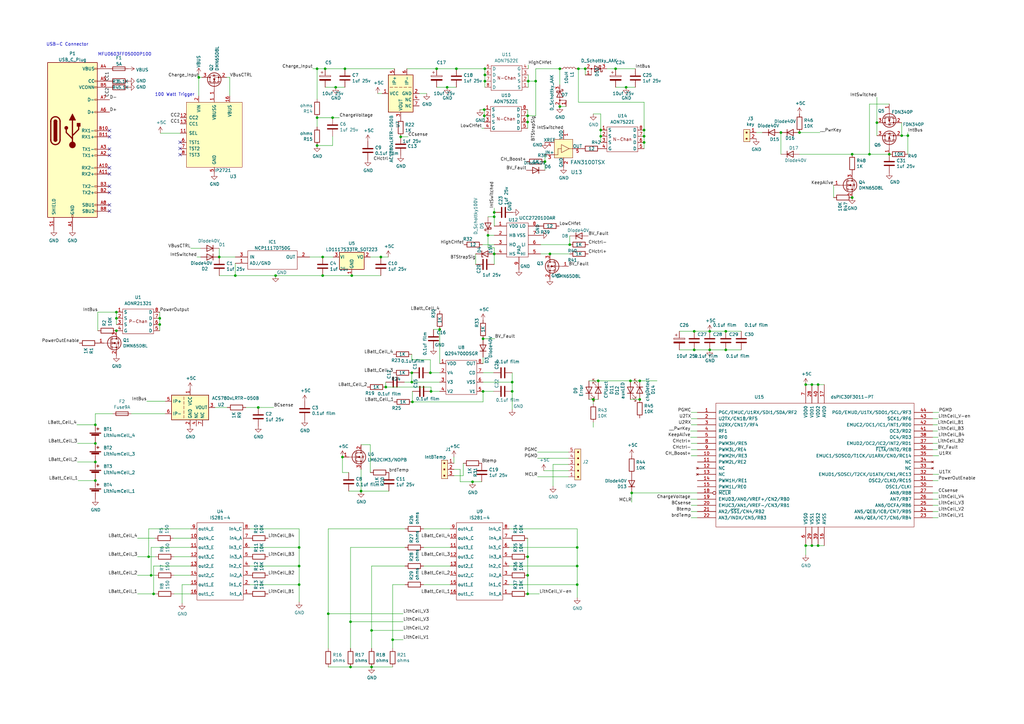
<source format=kicad_sch>
(kicad_sch (version 20211123) (generator eeschema)
  (paper "A3")
  (title_block (title "Battery Controller") (date "2021-06-16") (rev "1") (company "N/A") (comment 1 "Jarrett Cigainero"))
  (junction (at 198.12 138.938))
  (junction (at 264.16 53.34))
  (junction (at 216.408 235.966))
  (junction (at 164.338 56.134))
  (junction (at 193.802 197.612))
  (junction (at 130.048 59.69))
  (junction (at 65.532 130.556))
  (junction (at 133.35 28.194))
  (junction (at 229.616 43.688))
  (junction (at 262.382 163.83))
  (junction (at 143.764 273.558))
  (junction (at 264.16 55.88))
  (junction (at 137.668 35.814))
  (junction (at 198.628 44.958))
  (junction (at 291.084 143.51))
  (junction (at 284.734 143.51))
  (junction (at 223.52 66.294))
  (junction (at 105.918 167.132))
  (junction (at 359.664 50.292))
  (junction (at 225.552 104.14))
  (junction (at 356.616 63.246))
  (junction (at 202.692 87.122))
  (junction (at 332.994 157.734))
  (junction (at 47.752 128.016))
  (junction (at 60.96 228.346))
  (junction (at 152.4 258.572))
  (junction (at 245.364 156.21))
  (junction (at 89.916 105.41))
  (junction (at 259.08 202.184))
  (junction (at 364.744 63.246))
  (junction (at 262.382 156.21))
  (junction (at 246.38 55.88))
  (junction (at 237.236 28.194))
  (junction (at 144.272 113.03))
  (junction (at 332.994 223.774))
  (junction (at 140.462 187.452))
  (junction (at 152.4 273.558))
  (junction (at 202.692 88.9))
  (junction (at 141.478 28.194))
  (junction (at 61.976 235.966))
  (junction (at 256.794 35.814))
  (junction (at 39.116 189.484))
  (junction (at 176.784 160.528))
  (junction (at 180.34 135.128))
  (junction (at 349.504 63.246))
  (junction (at 320.294 54.356))
  (junction (at 335.534 157.734))
  (junction (at 297.688 143.51))
  (junction (at 161.036 262.382))
  (junction (at 369.824 55.626))
  (junction (at 240.03 28.194))
  (junction (at 122.682 232.156))
  (junction (at 198.882 28.194))
  (junction (at 143.764 255.016))
  (junction (at 236.728 239.776))
  (junction (at 47.752 130.556))
  (junction (at 229.616 28.194))
  (junction (at 330.454 223.774))
  (junction (at 330.454 157.734))
  (junction (at 198.882 33.274))
  (junction (at 216.408 47.498))
  (junction (at 81.534 31.75))
  (junction (at 65.532 133.096))
  (junction (at 349.504 81.026))
  (junction (at 236.728 224.536))
  (junction (at 148.082 201.422))
  (junction (at 158.242 158.75))
  (junction (at 132.334 113.03))
  (junction (at 198.628 47.498))
  (junction (at 297.688 135.89))
  (junction (at 39.116 174.244))
  (junction (at 156.21 105.41))
  (junction (at 372.364 55.626))
  (junction (at 47.752 135.636))
  (junction (at 202.692 104.14))
  (junction (at 113.03 113.03))
  (junction (at 39.116 197.104))
  (junction (at 210.058 156.718))
  (junction (at 96.52 113.03))
  (junction (at 327.914 54.356))
  (junction (at 216.408 50.038))
  (junction (at 122.682 239.776))
  (junction (at 130.048 28.194))
  (junction (at 136.398 48.26))
  (junction (at 130.048 48.26))
  (junction (at 200.152 96.52))
  (junction (at 134.62 251.714))
  (junction (at 216.408 228.346))
  (junction (at 62.992 243.586))
  (junction (at 198.12 160.528))
  (junction (at 168.91 152.908))
  (junction (at 216.408 243.586))
  (junction (at 291.084 135.89))
  (junction (at 284.734 135.89))
  (junction (at 233.68 100.33))
  (junction (at 122.682 224.536))
  (junction (at 187.198 28.194))
  (junction (at 246.38 53.34))
  (junction (at 176.53 152.908))
  (junction (at 236.728 232.156))
  (junction (at 132.334 105.41))
  (junction (at 179.07 28.194))
  (junction (at 210.058 160.528))
  (junction (at 198.882 30.734))
  (junction (at 183.388 35.814))
  (junction (at 258.572 156.21))
  (junction (at 243.332 163.83))
  (junction (at 335.534 223.774))
  (junction (at 264.16 58.42))
  (junction (at 216.662 33.274))
  (junction (at 252.476 28.194))
  (junction (at 39.116 181.864))
  (junction (at 168.91 156.718))
  (junction (at 219.71 33.274))
  (junction (at 169.164 164.846))
  (no_connect (at 44.9072 86.5632))
  (no_connect (at 44.9072 84.0232))
  (no_connect (at 73.8632 60.8838))
  (no_connect (at 44.9072 56.0832))
  (no_connect (at 44.9072 78.9432))
  (no_connect (at 44.9072 61.1632))
  (no_connect (at 73.8632 58.3438))
  (no_connect (at 44.9072 63.7032))
  (no_connect (at 73.8632 63.4238))
  (no_connect (at 44.9072 71.3232))
  (no_connect (at 44.9072 76.4032))
  (no_connect (at 44.9072 68.7832))
  (no_connect (at 44.9072 53.5432))
  (wire (pts (xy 330.454 223.774) (xy 330.454 227.584)))
  (wire (pts (xy 216.408 47.498) (xy 216.408 50.038)))
  (wire (pts (xy 216.408 243.586) (xy 221.234 243.586)))
  (wire (pts (xy 202.692 101.6) (xy 202.692 104.14)))
  (wire (pts (xy 130.048 59.69) (xy 136.398 59.69)))
  (wire (pts (xy 94.234 31.75) (xy 94.234 39.37)))
  (wire (pts (xy 221.742 104.14) (xy 225.552 104.14)))
  (wire (pts (xy 152.4 258.572) (xy 165.354 258.572)))
  (wire (pts (xy 130.048 48.26) (xy 136.398 48.26)))
  (wire (pts (xy 32.004 197.104) (xy 39.116 197.104)))
  (wire (pts (xy 219.71 33.274) (xy 219.71 28.194)))
  (wire (pts (xy 89.916 101.854) (xy 89.916 105.156)))
  (wire (pts (xy 140.462 193.802) (xy 140.462 187.452)))
  (wire (pts (xy 154.94 38.354) (xy 156.718 38.354)))
  (wire (pts (xy 169.164 160.528) (xy 169.164 164.846)))
  (wire (pts (xy 100.838 167.132) (xy 105.918 167.132)))
  (wire (pts (xy 198.12 146.558) (xy 198.12 149.098)))
  (wire (pts (xy 382.524 202.184) (xy 384.81 202.184)))
  (wire (pts (xy 312.674 54.356) (xy 310.134 54.356)))
  (wire (pts (xy 132.334 113.03) (xy 144.272 113.03)))
  (wire (pts (xy 134.62 273.558) (xy 143.764 273.558)))
  (wire (pts (xy 338.074 157.734) (xy 335.534 157.734)))
  (wire (pts (xy 349.504 63.246) (xy 356.616 63.246)))
  (wire (pts (xy 56.388 220.726) (xy 63.5 220.726)))
  (wire (pts (xy 330.454 157.734) (xy 332.994 157.734)))
  (wire (pts (xy 229.616 28.194) (xy 229.616 34.798)))
  (wire (pts (xy 71.374 235.966) (xy 78.232 235.966)))
  (wire (pts (xy 71.374 243.586) (xy 78.232 243.586)))
  (wire (pts (xy 130.048 48.26) (xy 130.048 52.07)))
  (wire (pts (xy 56.388 235.966) (xy 61.976 235.966)))
  (wire (pts (xy 198.12 138.938) (xy 202.946 138.938)))
  (wire (pts (xy 198.882 30.734) (xy 198.882 33.274)))
  (wire (pts (xy 245.364 163.83) (xy 243.332 163.83)))
  (wire (pts (xy 113.03 113.03) (xy 96.52 113.03)))
  (wire (pts (xy 171.958 38.354) (xy 175.006 38.354)))
  (wire (pts (xy 122.682 224.536) (xy 122.682 232.156)))
  (wire (pts (xy 198.882 33.274) (xy 198.882 35.814)))
  (wire (pts (xy 65.532 133.096) (xy 65.532 135.636)))
  (wire (pts (xy 202.692 96.52) (xy 200.152 96.52)))
  (wire (pts (xy 243.332 163.83) (xy 243.332 165.608)))
  (wire (pts (xy 382.524 179.324) (xy 384.81 179.324)))
  (wire (pts (xy 286.004 174.244) (xy 283.464 174.244)))
  (wire (pts (xy 168.91 147.574) (xy 168.91 145.288)))
  (wire (pts (xy 237.236 28.194) (xy 240.03 28.194)))
  (wire (pts (xy 134.62 251.714) (xy 134.62 265.938)))
  (wire (pts (xy 136.398 59.69) (xy 136.398 55.88)))
  (wire (pts (xy 297.688 135.89) (xy 304.038 135.89)))
  (wire (pts (xy 248.92 28.194) (xy 252.476 28.194)))
  (wire (pts (xy 71.12 220.726) (xy 78.232 220.726)))
  (wire (pts (xy 258.572 156.21) (xy 262.382 156.21)))
  (wire (pts (xy 359.664 39.878) (xy 359.664 50.292)))
  (wire (pts (xy 134.62 216.916) (xy 134.62 251.714)))
  (wire (pts (xy 297.688 143.51) (xy 304.038 143.51)))
  (wire (pts (xy 143.764 255.016) (xy 165.354 255.016)))
  (wire (pts (xy 62.992 243.586) (xy 62.992 232.156)))
  (wire (pts (xy 134.62 216.916) (xy 166.116 216.916)))
  (wire (pts (xy 188.722 197.612) (xy 188.722 192.532)))
  (wire (pts (xy 166.116 232.156) (xy 152.4 232.156)))
  (wire (pts (xy 330.454 223.774) (xy 332.994 223.774)))
  (wire (pts (xy 198.12 160.528) (xy 202.438 160.528)))
  (wire (pts (xy 195.072 108.458) (xy 195.072 104.14)))
  (wire (pts (xy 284.734 135.89) (xy 291.084 135.89)))
  (wire (pts (xy 283.464 171.704) (xy 286.004 171.704)))
  (wire (pts (xy 144.272 113.03) (xy 156.21 113.03)))
  (wire (pts (xy 278.638 143.51) (xy 284.734 143.51)))
  (wire (pts (xy 152.4 273.558) (xy 161.036 273.558)))
  (wire (pts (xy 382.524 181.864) (xy 384.556 181.864)))
  (wire (pts (xy 243.332 175.26) (xy 243.332 173.228)))
  (wire (pts (xy 382.524 207.264) (xy 384.81 207.264)))
  (wire (pts (xy 165.354 251.714) (xy 134.62 251.714)))
  (wire (pts (xy 96.52 113.03) (xy 96.52 107.95)))
  (wire (pts (xy 183.388 35.814) (xy 187.198 35.814)))
  (wire (pts (xy 256.794 35.814) (xy 260.604 35.814)))
  (wire (pts (xy 189.992 189.992) (xy 189.992 195.072)))
  (wire (pts (xy 246.38 53.34) (xy 246.38 55.88)))
  (wire (pts (xy 176.784 158.75) (xy 158.242 158.75)))
  (wire (pts (xy 372.364 55.626) (xy 372.364 63.246)))
  (wire (pts (xy 161.036 262.382) (xy 161.036 239.776)))
  (wire (pts (xy 47.752 130.556) (xy 47.752 133.096)))
  (wire (pts (xy 327.914 54.356) (xy 336.296 54.356)))
  (wire (pts (xy 320.294 54.356) (xy 320.294 63.246)))
  (wire (pts (xy 143.764 224.536) (xy 143.764 255.016)))
  (wire (pts (xy 264.16 53.34) (xy 264.16 41.91)))
  (wire (pts (xy 283.21 179.324) (xy 286.004 179.324)))
  (wire (pts (xy 240.03 28.194) (xy 240.03 30.734)))
  (wire (pts (xy 158.242 158.75) (xy 158.242 156.718)))
  (wire (pts (xy 198.12 152.908) (xy 202.438 152.908)))
  (wire (pts (xy 40.132 128.016) (xy 47.752 128.016)))
  (wire (pts (xy 31.75 189.484) (xy 39.116 189.484)))
  (wire (pts (xy 262.382 156.21) (xy 269.494 156.21)))
  (wire (pts (xy 264.16 55.88) (xy 264.16 58.42)))
  (wire (pts (xy 202.692 87.122) (xy 202.692 85.344)))
  (wire (pts (xy 60.96 228.346) (xy 63.754 228.346)))
  (wire (pts (xy 216.408 44.958) (xy 216.408 47.498)))
  (wire (pts (xy 133.35 28.194) (xy 141.478 28.194)))
  (wire (pts (xy 102.362 239.776) (xy 122.682 239.776)))
  (wire (pts (xy 233.172 193.04) (xy 223.012 193.04)))
  (wire (pts (xy 372.364 55.626) (xy 369.824 55.626)))
  (wire (pts (xy 161.036 262.382) (xy 165.354 262.382)))
  (wire (pts (xy 237.236 41.91) (xy 237.236 28.194)))
  (wire (pts (xy 102.362 232.156) (xy 122.682 232.156)))
  (wire (pts (xy 216.408 50.038) (xy 216.408 52.578)))
  (wire (pts (xy 216.408 228.346) (xy 216.408 235.966)))
  (wire (pts (xy 264.16 58.42) (xy 264.16 60.96)))
  (wire (pts (xy 173.736 216.916) (xy 184.658 216.916)))
  (wire (pts (xy 180.34 135.128) (xy 177.8 135.128)))
  (wire (pts (xy 47.752 128.016) (xy 47.752 130.556)))
  (wire (pts (xy 143.002 193.802) (xy 140.462 193.802)))
  (wire (pts (xy 156.21 105.41) (xy 159.258 105.41)))
  (wire (pts (xy 166.116 224.536) (xy 143.764 224.536)))
  (wire (pts (xy 81.534 31.75) (xy 81.534 39.37)))
  (wire (pts (xy 176.784 160.528) (xy 176.784 158.75)))
  (wire (pts (xy 179.07 28.194) (xy 187.198 28.194)))
  (wire (pts (xy 236.728 216.916) (xy 236.728 224.536)))
  (wire (pts (xy 233.172 190.5) (xy 226.822 190.5)))
  (wire (pts (xy 148.082 201.422) (xy 159.512 201.422)))
  (wire (pts (xy 186.182 187.452) (xy 186.182 189.992)))
  (wire (pts (xy 61.976 235.966) (xy 63.754 235.966)))
  (wire (pts (xy 102.362 224.536) (xy 122.682 224.536)))
  (wire (pts (xy 210.058 152.908) (xy 210.058 156.718)))
  (wire (pts (xy 291.084 135.89) (xy 297.688 135.89)))
  (wire (pts (xy 81.534 30.48) (xy 81.534 31.75)))
  (wire (pts (xy 152.4 232.156) (xy 152.4 258.572)))
  (wire (pts (xy 148.082 182.372) (xy 151.892 182.372)))
  (wire (pts (xy 286.004 209.804) (xy 283.464 209.804)))
  (wire (pts (xy 283.464 212.344) (xy 286.004 212.344)))
  (wire (pts (xy 56.388 228.346) (xy 60.96 228.346)))
  (wire (pts (xy 382.524 176.784) (xy 384.556 176.784)))
  (wire (pts (xy 223.52 66.294) (xy 223.52 69.85)))
  (wire (pts (xy 283.464 186.944) (xy 286.004 186.944)))
  (wire (pts (xy 198.882 28.194) (xy 198.882 30.734)))
  (wire (pts (xy 286.004 169.164) (xy 283.464 169.164)))
  (wire (pts (xy 382.524 184.404) (xy 384.556 184.404)))
  (wire (pts (xy 137.668 35.814) (xy 141.478 35.814)))
  (wire (pts (xy 369.824 50.292) (xy 369.824 55.626)))
  (wire (pts (xy 80.772 105.41) (xy 82.296 105.41)))
  (wire (pts (xy 132.334 113.03) (xy 113.03 113.03)))
  (wire (pts (xy 332.994 157.734) (xy 335.534 157.734)))
  (wire (pts (xy 189.992 195.072) (xy 186.182 195.072)))
  (wire (pts (xy 225.552 104.14) (xy 233.68 104.14)))
  (wire (pts (xy 173.736 239.776) (xy 184.658 239.776)))
  (wire (pts (xy 130.048 28.194) (xy 130.048 40.64)))
  (wire (pts (xy 233.172 187.96) (xy 220.472 187.96)))
  (wire (pts (xy 245.364 156.21) (xy 258.572 156.21)))
  (wire (pts (xy 65.532 130.556) (xy 65.532 133.096)))
  (wire (pts (xy 168.91 152.908) (xy 168.91 156.718)))
  (wire (pts (xy 356.616 42.672) (xy 356.616 63.246)))
  (wire (pts (xy 102.362 216.916) (xy 122.682 216.916)))
  (wire (pts (xy 176.53 152.908) (xy 180.34 152.908)))
  (wire (pts (xy 252.476 35.814) (xy 256.794 35.814)))
  (wire (pts (xy 259.08 202.184) (xy 259.08 205.994)))
  (wire (pts (xy 180.34 135.128) (xy 180.34 149.098)))
  (wire (pts (xy 31.496 174.244) (xy 39.116 174.244)))
  (wire (pts (xy 286.004 207.264) (xy 283.464 207.264)))
  (wire (pts (xy 173.736 224.536) (xy 184.658 224.536)))
  (wire (pts (xy 122.682 239.776) (xy 122.682 246.888)))
  (wire (pts (xy 197.866 100.33) (xy 202.692 100.33)))
  (wire (pts (xy 216.662 30.734) (xy 216.662 33.274)))
  (wire (pts (xy 166.878 28.194) (xy 179.07 28.194)))
  (wire (pts (xy 132.334 105.41) (xy 136.652 105.41)))
  (wire (pts (xy 202.692 92.71) (xy 202.692 88.9)))
  (wire (pts (xy 382.524 197.104) (xy 384.81 197.104)))
  (wire (pts (xy 219.71 47.498) (xy 219.71 33.274)))
  (wire (pts (xy 188.722 197.612) (xy 193.802 197.612)))
  (wire (pts (xy 61.976 224.536) (xy 78.232 224.536)))
  (wire (pts (xy 161.036 239.776) (xy 166.116 239.776)))
  (wire (pts (xy 193.802 197.612) (xy 197.612 197.612)))
  (wire (pts (xy 382.524 204.724) (xy 384.81 204.724)))
  (wire (pts (xy 200.152 101.6) (xy 200.152 96.52)))
  (wire (pts (xy 208.788 232.156) (xy 236.728 232.156)))
  (wire (pts (xy 264.16 53.34) (xy 264.16 55.88)))
  (wire (pts (xy 40.132 128.016) (xy 40.132 135.636)))
  (wire (pts (xy 148.082 192.532) (xy 148.082 201.422)))
  (wire (pts (xy 258.572 163.83) (xy 262.382 163.83)))
  (wire (pts (xy 164.338 56.134) (xy 167.386 56.134)))
  (wire (pts (xy 92.964 31.75) (xy 94.234 31.75)))
  (wire (pts (xy 128.27 28.194) (xy 130.048 28.194)))
  (wire (pts (xy 246.38 55.88) (xy 246.38 58.42)))
  (wire (pts (xy 31.75 181.864) (xy 39.116 181.864)))
  (wire (pts (xy 81.534 31.75) (xy 82.804 31.75)))
  (wire (pts (xy 202.692 101.6) (xy 200.152 101.6)))
  (wire (pts (xy 233.172 195.58) (xy 220.472 195.58)))
  (wire (pts (xy 252.476 28.194) (xy 260.604 28.194)))
  (wire (pts (xy 112.268 167.132) (xy 105.918 167.132)))
  (wire (pts (xy 382.524 171.704) (xy 384.81 171.704)))
  (wire (pts (xy 229.616 43.688) (xy 232.156 43.688)))
  (wire (pts (xy 284.734 143.51) (xy 291.084 143.51)))
  (wire (pts (xy 364.744 42.672) (xy 356.616 42.672)))
  (wire (pts (xy 202.692 108.458) (xy 202.692 104.14)))
  (wire (pts (xy 67.818 169.672) (xy 53.848 169.672)))
  (wire (pts (xy 216.662 26.67) (xy 216.662 28.194)))
  (wire (pts (xy 62.992 243.586) (xy 63.754 243.586)))
  (wire (pts (xy 148.082 201.422) (xy 143.002 201.422)))
  (wire (pts (xy 216.408 220.726) (xy 216.408 228.346)))
  (wire (pts (xy 197.612 52.578) (xy 198.628 52.578)))
  (wire (pts (xy 127 105.41) (xy 132.334 105.41)))
  (wire (pts (xy 327.914 63.246) (xy 349.504 63.246)))
  (wire (pts (xy 243.332 46.736) (xy 246.38 46.736)))
  (wire (pts (xy 283.21 176.784) (xy 286.004 176.784)))
  (wire (pts (xy 226.822 190.5) (xy 226.822 199.39)))
  (wire (pts (xy 216.662 33.274) (xy 219.71 33.274)))
  (wire (pts (xy 382.524 174.244) (xy 384.556 174.244)))
  (wire (pts (xy 176.53 147.574) (xy 168.91 147.574)))
  (wire (pts (xy 151.892 105.41) (xy 156.21 105.41)))
  (wire (pts (xy 236.728 224.536) (xy 236.728 232.156)))
  (wire (pts (xy 143.764 265.938) (xy 143.764 255.016)))
  (wire (pts (xy 89.916 105.41) (xy 96.52 105.41)))
  (wire (pts (xy 385.064 169.164) (xy 382.524 169.164)))
  (wire (pts (xy 202.692 88.9) (xy 202.692 87.122)))
  (wire (pts (xy 198.12 164.846) (xy 198.12 160.528)))
  (wire (pts (xy 233.68 96.774) (xy 233.68 100.33)))
  (wire (pts (xy 89.916 113.03) (xy 96.52 113.03)))
  (wire (pts (xy 122.682 216.916) (xy 122.682 224.536)))
  (wire (pts (xy 208.788 224.536) (xy 236.728 224.536)))
  (wire (pts (xy 246.38 46.736) (xy 246.38 53.34)))
  (wire (pts (xy 65.532 128.016) (xy 65.532 130.556)))
  (wire (pts (xy 152.4 265.938) (xy 152.4 258.572)))
  (wire (pts (xy 208.788 216.916) (xy 236.728 216.916)))
  (wire (pts (xy 151.892 182.372) (xy 151.892 193.802)))
  (wire (pts (xy 216.408 235.966) (xy 216.408 243.586)))
  (wire (pts (xy 141.478 28.194) (xy 161.798 28.194)))
  (wire (pts (xy 173.736 232.156) (xy 184.658 232.156)))
  (wire (pts (xy 161.036 265.938) (xy 161.036 262.382)))
  (wire (pts (xy 208.788 239.776) (xy 236.728 239.776)))
  (wire (pts (xy 245.364 156.21) (xy 241.554 156.21)))
  (wire (pts (xy 78.232 101.854) (xy 82.296 101.854)))
  (wire (pts (xy 39.116 169.672) (xy 46.228 169.672)))
  (wire (pts (xy 168.91 156.718) (xy 180.34 156.718)))
  (wire (pts (xy 216.662 33.274) (xy 216.662 35.814)))
  (wire (pts (xy 67.818 164.592) (xy 60.198 164.592)))
  (wire (pts (xy 39.116 169.672) (xy 39.116 174.244)))
  (wire (pts (xy 382.524 194.564) (xy 385.064 194.564)))
  (wire (pts (xy 382.524 212.344) (xy 384.81 212.344)))
  (wire (pts (xy 220.472 185.42) (xy 233.172 185.42)))
  (wire (pts (xy 169.164 164.846) (xy 198.12 164.846)))
  (wire (pts (xy 359.664 50.292) (xy 359.664 55.626)))
  (wire (pts (xy 130.048 28.194) (xy 133.35 28.194)))
  (wire (pts (xy 61.976 235.966) (xy 61.976 224.536)))
  (wire (pts (xy 382.524 209.804) (xy 384.81 209.804)))
  (wire (pts (xy 210.058 160.528) (xy 210.058 167.894)))
  (wire (pts (xy 243.332 163.83) (xy 241.554 163.83)))
  (wire (pts (xy 179.07 35.814) (xy 183.388 35.814)))
  (wire (pts (xy 200.152 88.9) (xy 202.692 88.9)))
  (wire (pts (xy 332.994 223.774) (xy 335.534 223.774)))
  (wire (pts (xy 93.218 167.132) (xy 88.138 167.132)))
  (wire (pts (xy 74.676 247.396) (xy 74.676 239.776)))
  (wire (pts (xy 196.85 44.958) (xy 198.628 44.958)))
  (wire (pts (xy 74.676 239.776) (xy 78.232 239.776)))
  (wire (pts (xy 236.728 232.156) (xy 236.728 239.776)))
  (wire (pts (xy 188.722 192.532) (xy 186.182 192.532)))
  (wire (pts (xy 143.764 273.558) (xy 152.4 273.558)))
  (wire (pts (xy 71.374 228.346) (xy 78.232 228.346)))
  (wire (pts (xy 210.058 156.718) (xy 210.058 160.528)))
  (wire (pts (xy 62.992 232.156) (xy 78.232 232.156)))
  (wire (pts (xy 264.16 41.91) (xy 237.236 41.91)))
  (wire (pts (xy 221.742 100.33) (xy 233.68 100.33)))
  (wire (pts (xy 283.464 184.404) (xy 286.004 184.404)))
  (wire (pts (xy 133.35 35.814) (xy 137.668 35.814)))
  (wire (pts (xy 372.364 54.356) (xy 372.364 55.626)))
  (wire (pts (xy 176.784 160.528) (xy 180.34 160.528)))
  (wire (pts (xy 278.638 135.89) (xy 284.734 135.89)))
  (wire (pts (xy 223.52 63.5) (xy 223.52 66.294)))
  (wire (pts (xy 65.786 54.61) (xy 73.914 54.61)))
  (wire (pts (xy 136.398 48.26) (xy 139.192 48.26)))
  (wire (pts (xy 122.682 232.156) (xy 122.682 239.776)))
  (wire (pts (xy 187.198 28.194) (xy 198.882 28.194)))
  (wire (pts (xy 219.71 28.194) (xy 229.616 28.194)))
  (wire (pts (xy 283.464 181.864) (xy 286.004 181.864)))
  (wire (pts (xy 198.12 156.718) (xy 210.058 156.718)))
  (wire (pts (xy 198.628 47.498) (xy 198.628 50.038)))
  (wire (pts (xy 341.884 81.026) (xy 341.884 75.946)))
  (wire (pts (xy 335.534 223.774) (xy 338.074 223.774)))
  (wire (pts (xy 385.064 186.944) (xy 382.524 186.944)))
  (wire (pts (xy 291.084 143.51) (xy 297.688 143.51)))
  (wire (pts (xy 236.728 239.776) (xy 236.728 245.11)))
  (wire (pts (xy 176.53 152.908) (xy 176.53 147.574)))
  (wire (pts (xy 216.408 47.498) (xy 219.71 47.498)))
  (wire (pts (xy 283.21 204.724) (xy 286.004 204.724)))
  (wire (pts (xy 364.744 63.246) (xy 356.616 63.246)))
  (wire (pts (xy 165.862 156.718) (xy 168.91 156.718)))
  (wire (pts (xy 198.628 44.958) (xy 198.628 47.498)))
  (wire (pts (xy 60.96 228.346) (xy 60.96 216.916)))
  (wire (pts (xy 56.388 243.586) (xy 62.992 243.586)))
  (wire (pts (xy 259.08 202.184) (xy 286.004 202.184)))
  (wire (pts (xy 60.96 216.916) (xy 78.232 216.916)))
  (text "\nMFU0603FF05000P100" (at 40.132 23.114 0) (effects (font (size 1.27 1.27)) (justify left bottom)))
  (text "100 Watt Trigger" (at 63.5 39.624 0) (effects (font (size 1.27 1.27)) (justify left bottom)))
  (text "USB-C Connector" (at 18.9484 19.05 0) (effects (font (size 1.27 1.27)) (justify left bottom)))
  (label "Charge_Input" (at 128.27 28.194 180))
  (label "LBatt_Cell_4" (at 56.388 220.726 180))
  (label "Btemp" (at 283.464 209.804 180))
  (label "LBatt_Cell_1" (at 32.004 197.104 180))
  (label "BTStrapSig" (at 219.71 47.498 270))
  (label "D-" (at 44.958 40.894 0))
  (label "LowCHfet" (at 229.362 92.71 0))
  (label "LBatt_Cell_3" (at 31.75 181.864 180))
  (label "LBatt_Cell_2" (at 31.75 189.484 180))
  (label "CC2" (at 73.8632 48.1838 180))
  (label "CH_Boost+" (at 283.464 186.944 180))
  (label "IntBus" (at 372.364 54.356 0))
  (label "KeepAlive" (at 341.884 75.946 180))
  (label "LithCell_B1" (at 384.556 174.244 0))
  (label "LithCell_V3" (at 165.354 255.016 0))
  (label "LithCell_V-en" (at 221.234 243.586 0))
  (label "LithCell_V2" (at 384.81 209.804 0))
  (label "Charge_Input" (at 81.534 31.75 180))
  (label "IntSwitched" (at 231.14 53.34 180))
  (label "PowerOutput" (at 65.532 128.016 0))
  (label "BV_Fault" (at 233.172 109.22 0))
  (label "LithCell_V1" (at 165.354 262.382 0))
  (label "U1RX" (at 385.064 186.944 0))
  (label "IntSwitched" (at 359.664 39.878 180))
  (label "CHctrl-" (at 160.782 66.04 180))
  (label "PowerOutEnable" (at 32.512 140.716 180))
  (label "CHctrl+" (at 241.3 104.14 0))
  (label "__PwrKey" (at 336.296 54.356 0))
  (label "ChargeVoltage" (at 139.192 48.26 0))
  (label "LBatt_Cell_4" (at 180.34 127.508 180))
  (label "LithCell_B3" (at 109.982 228.346 0))
  (label "ChargeVoltage" (at 283.21 204.724 180))
  (label "BV_Fault" (at 241.3 96.774 0))
  (label "HighCHfet" (at 216.662 26.67 0))
  (label "PGMD" (at 220.472 187.96 180))
  (label "LBatt_Cell_2" (at 150.622 158.75 180))
  (label "BV_Fault" (at 202.946 138.938 0))
  (label "LithCell_B4" (at 384.81 179.324 0))
  (label "IntBus" (at 40.132 128.016 180))
  (label "U2TX" (at 283.464 171.704 180))
  (label "CCsense" (at 384.81 202.184 0))
  (label "LBatt_Cell_3" (at 161.29 152.908 180))
  (label "LBatt_Cell_4" (at 161.29 145.288 180))
  (label "IntBus" (at 260.604 28.194 0))
  (label "CC2" (at 44.958 35.814 270))
  (label "CHctrl-" (at 283.464 184.404 180))
  (label "IntSwitched" (at 80.772 105.41 180))
  (label "BTStrapSig" (at 195.072 106.426 180))
  (label "U2RX" (at 283.464 174.244 180))
  (label "LBatt_Cell_4" (at 31.496 174.244 180))
  (label "CHctrl-" (at 241.3 100.33 0))
  (label "BV_Fault" (at 384.556 184.404 0))
  (label "brdTemp" (at 283.464 212.344 180))
  (label "VBusCTRL" (at 78.232 101.854 180))
  (label "PGMC" (at 220.472 185.42 180))
  (label "LithCell_B3" (at 384.556 176.784 0))
  (label "LithCell_B4" (at 109.982 220.726 0))
  (label "U1TX" (at 385.064 194.564 0))
  (label "HighCHfet" (at 190.246 100.33 180))
  (label "VBusCTRL" (at 94.234 31.75 0))
  (label "LithCell_V-en" (at 384.81 171.704 0))
  (label "MCLR" (at 259.08 205.994 180))
  (label "PGMD" (at 385.064 169.164 0))
  (label "CC1" (at 44.958 33.274 90))
  (label "PowerOutEnable" (at 384.81 197.104 0))
  (label "PGMC" (at 283.464 169.164 180))
  (label "BCsense" (at 283.464 207.264 180))
  (label "CH_Boost+" (at 215.9 66.294 180))
  (label "IntBus" (at 60.198 164.592 180))
  (label "LithCell_V1" (at 384.81 212.344 0))
  (label "D+" (at 44.958 45.974 0))
  (label "__PwrKey" (at 283.21 176.784 180))
  (label "LBatt_Cell_1" (at 161.544 164.846 180))
  (label "CHctrl+" (at 283.464 181.864 180))
  (label "brdTemp" (at 159.512 193.802 0))
  (label "LBatt_Cell_1" (at 184.658 243.586 180))
  (label "LBatt_Cell_4" (at 184.658 220.726 180))
  (label "BV_Fault" (at 215.9 69.85 180))
  (label "LBatt_Cell_3" (at 184.658 228.346 180))
  (label "LithCell_V4" (at 384.81 204.724 0))
  (label "LithCell_V3" (at 384.81 207.264 0))
  (label "BCsense" (at 112.268 167.132 0))
  (label "LithCell_V3" (at 165.354 251.714 0))
  (label "CCsense" (at 167.386 56.134 0))
  (label "LithCell_B2" (at 384.556 181.864 0))
  (label "CC1" (at 73.8632 50.7238 180))
  (label "LBatt_Cell_2" (at 184.658 235.966 180))
  (label "LBatt_Cell_3" (at 56.388 228.346 180))
  (label "KeepAlive" (at 283.21 179.324 180))
  (label "LithCell_B1" (at 109.982 243.586 0))
  (label "Btemp" (at 197.612 189.992 0))
  (label "LBatt_Cell_2" (at 56.388 235.966 180))
  (label "LithCell_B2" (at 109.982 235.966 0))
  (label "LowCHfet" (at 197.612 52.578 180))
  (label "LithCell_V2" (at 165.354 258.572 0))
  (label "MCLR" (at 220.472 195.58 180))
  (label "LBatt_Cell_1" (at 56.388 243.586 180))
  (label "IntSwitched" (at 202.692 85.344 90))
  (symbol (lib_id "BTMS-rescue:dsPIC30F3011-PT-dspic") (at 334.264 190.754 0) (unit 1)
    (property "Reference" "U15" (at 311.404 162.814 0))
    (property "Value" "dsPIC30F3011-PT" (at 349.504 162.814 0))
    (property "Footprint" "Package_DFN_QFN:QFN-44-1EP_8x8mm_P0.65mm_EP6.45x6.45mm" (effects hide))
    (property "Manufacturer" "Microchip" (effects hide))
    (property "DK_Detail_Page" "https://www.digikey.com/en/products/detail/microchip-technology/DSPIC30F3011-30I-ML/718171" (effects hide))
    (property "Digi-Key_PN" "DSPIC30F301130IML-ND" (effects hide))
  )
  (symbol (lib_id "Sensor_Current:ACS780xLRTR-050B") (at 77.978 167.132 0) (unit 1)
    (property "Reference" "U2" (at 89.2556 165.9636 0) (effects (justify left)))
    (property "Value" "ACS780xLRTR-050B" (at 86.868 163.322 0) (effects (justify left)))
    (property "Footprint" "Sensor_Current:Allegro_PSOF-7_4.8x6.4mm_P1.60mm" (effects hide))
    (property "Datasheet" "http://www.allegromicro.com/~/media/Files/Datasheets/ACS780-Datasheet.ashx?la=en" (effects hide))
    (property "DK_Detail_Page" "https://www.digikey.com/en/products/detail/allegro-microsystems/ACS780LLRTR-050B-T/6189090" (effects hide))
    (property "Digi-Key_PN" "620-1817-1-ND" (effects hide))
  )
  (symbol (lib_id "Device:C") (at 105.918 170.942 0) (unit 1)
    (property "Reference" "C2" (at 108.839 169.7736 0) (effects (justify left)))
    (property "Value" "1uf 25v" (at 108.839 172.085 0) (effects (justify left)))
    (property "Footprint" "Capacitors_SMD:C_0603" (effects hide))
    (property "DK_Detail_Page" "https://www.digikey.com/en/products/detail/samsung-electro-mechanics/CL10A105KA8NNNC/3886760" (effects hide))
    (property "Digi-Key_PN" "1276-1102-1-ND" (effects hide))
  )
  (symbol (lib_id "Device:C") (at 124.968 168.402 0) (unit 1)
    (property "Reference" "C3" (at 127.889 167.2336 0) (effects (justify left)))
    (property "Value" "0.1uf film" (at 127.889 169.545 0) (effects (justify left)))
    (property "Footprint" "Capacitors_SMD:C_0603" (effects hide))
    (property "DK_Detail_Page" "https://www.digikey.com/en/products/detail/panasonic-electronic-components/ECP-U1C104MA5/285446?s=N4IgTCBcDaIIxzANgCIGkBKBaAcikAugL5A" (effects hide))
    (property "Digi-Key_PN" "PCF1126CT-ND" (effects hide))
  )
  (symbol (lib_id "Device:R") (at 97.028 167.132 270) (unit 1)
    (property "Reference" "R9" (at 98.1964 168.91 0) (effects (justify left)))
    (property "Value" "1K" (at 95.885 168.91 0) (effects (justify left)))
    (property "Footprint" "Resistors_SMD:R_0603" (effects hide))
    (property "DK_Detail_Page" "https://www.digikey.com/en/products/detail/te-connectivity-passive-product/CRGP0603F1K0/8577018" (effects hide))
    (property "Digi-Key_PN" "A130416CT-ND" (effects hide))
  )
  (symbol (lib_id "Device:C") (at 284.734 139.7 0) (unit 1)
    (property "Reference" "C27" (at 286.004 137.16 0) (effects (justify left)))
    (property "Value" "0.1uf film" (at 284.734 146.05 0) (effects (justify left)))
    (property "Footprint" "Capacitors_SMD:C_0603" (effects hide))
    (property "DK_Detail_Page" "https://www.digikey.com/en/products/detail/panasonic-electronic-components/ECP-U1C104MA5/285446?s=N4IgTCBcDaIIxzANgCIGkBKBaAcikAugL5A" (effects hide))
    (property "Digi-Key_PN" "PCF1126CT-ND" (effects hide))
  )
  (symbol (lib_id "Device:C") (at 291.084 139.7 0) (unit 1)
    (property "Reference" "C28" (at 292.354 137.16 0) (effects (justify left)))
    (property "Value" "0.1uf film" (at 292.354 133.35 0) (effects (justify left)))
    (property "Footprint" "Capacitors_SMD:C_0603" (effects hide))
    (property "DK_Detail_Page" "https://www.digikey.com/en/products/detail/panasonic-electronic-components/ECP-U1C104MA5/285446?s=N4IgTCBcDaIIxzANgCIGkBKBaAcikAugL5A" (effects hide))
    (property "Digi-Key_PN" "PCF1126CT-ND" (effects hide))
  )
  (symbol (lib_id "Device:R") (at 259.08 190.754 0) (unit 1)
    (property "Reference" "R44" (at 260.858 189.5856 0) (effects (justify left)))
    (property "Value" "10K" (at 260.858 191.897 0) (effects (justify left)))
    (property "Footprint" "Resistors_SMD:R_0603" (effects hide))
    (property "DK_Detail_Page" "https://www.digikey.com/en/products/detail/rohm-semiconductor/ESR03EZPJ103/1762722" (effects hide))
    (property "Digi-Key_PN" "RHM10KDCT-ND" (effects hide))
  )
  (symbol (lib_id "BTMS-rescue:B5B-XH-A_LF__SN_-dk_Rectangular-Connectors-Headers-Male-Pins") (at 235.712 195.58 90) (unit 1)
    (property "Reference" "J2" (at 238.9632 189.4586 90) (effects (justify right)))
    (property "Value" "ICSP" (at 231.902 199.39 90) (effects (justify right)))
    (property "Footprint" "Pin_Headers:Pin_Header_Straight_1x05_Pitch2.54mm" (effects hide))
    (property "Datasheet" "http://www.jst-mfg.com/product/pdf/eng/eXH.pdf" (effects hide))
    (property "MPN" "B5B-XH-A(LF)(SN)" (effects hide))
    (property "Category" "Connectors, Interconnects" (effects hide))
    (property "Family" "Rectangular Connectors - Headers, Male Pins" (effects hide))
    (property "DK_Datasheet_Link" "http://www.jst-mfg.com/product/pdf/eng/eXH.pdf" (effects hide))
    (property "Description" "CONN HEADER VERT 5POS 2.5MM" (effects hide))
    (property "Manufacturer" "JST Sales America Inc." (effects hide))
    (property "Status" "Active" (effects hide))
  )
  (symbol (lib_id "power:+5C") (at 330.454 157.734 0) (unit 1)
    (property "Reference" "#PWR054" (effects hide))
    (property "Value" "+3C3" (at 330.835 153.3398 0))
  )
  (symbol (lib_id "Device:C") (at 143.002 197.612 0) (unit 1)
    (property "Reference" "C8" (at 145.923 196.4436 0) (effects (justify left)))
    (property "Value" "0.1uf film" (at 145.923 198.755 0) (effects (justify left)))
    (property "Footprint" "Capacitors_SMD:C_0603" (effects hide))
    (property "DK_Detail_Page" "https://www.digikey.com/en/products/detail/panasonic-electronic-components/ECP-U1C104MA5/285446?s=N4IgTCBcDaIIxzANgCIGkBKBaAcikAugL5A" (effects hide))
    (property "Digi-Key_PN" "PCF1126CT-ND" (effects hide))
  )
  (symbol (lib_id "Device:R") (at 155.702 193.802 270) (unit 1)
    (property "Reference" "R20" (at 156.8704 195.58 0) (effects (justify left)))
    (property "Value" "1K" (at 154.559 195.58 0) (effects (justify left)))
    (property "Footprint" "Resistors_SMD:R_0603" (effects hide))
    (property "DK_Detail_Page" "https://www.digikey.com/en/products/detail/te-connectivity-passive-product/CRGP0603F1K0/8577018" (effects hide))
    (property "Digi-Key_PN" "A130416CT-ND" (effects hide))
  )
  (symbol (lib_id "power:+5C") (at 259.08 186.944 0) (unit 1)
    (property "Reference" "#PWR049" (effects hide))
    (property "Value" "+3C3" (at 259.461 182.5498 0))
  )
  (symbol (lib_id "Device:D_Schottky_AAK") (at 229.616 38.608 270) (unit 1)
    (property "Reference" "D7" (at 232.918 38.862 90) (effects (justify right)))
    (property "Value" "D_Schottky_AAK" (at 226.314 45.466 0) (effects (justify right)))
    (property "Footprint" "TO_SOT_Packages_SMD:TO-277A" (effects hide))
    (property "DK_Detail_Page" "https://www.digikey.com/en/products/detail/on-semiconductor/FSV20100V/5306682" (effects hide))
    (property "Digi-Key_PN" "FSV20100VCT-ND" (effects hide))
  )
  (symbol (lib_id "Device:LED") (at 262.382 160.02 270) (unit 1)
    (property "Reference" "D14" (at 267.8684 159.8422 0))
    (property "Value" "chgDetect" (at 265.557 159.8422 0))
    (property "Footprint" "LEDs:LED_0603" (effects hide))
    (property "DK_Detail_Page" "https://www.digikey.com/en/products/detail/vishay-semiconductor-opto-division/VLMB1310-GS08/2813355" (effects hide))
    (property "Digi-Key_PN" "VLMB1310-GS08CT-ND" (effects hide))
  )
  (symbol (lib_id "Device:LED") (at 241.554 160.02 90) (unit 1)
    (property "Reference" "D9" (at 236.0676 160.1978 0))
    (property "Value" "Error" (at 238.379 160.1978 0))
    (property "Footprint" "LEDs:LED_0603" (effects hide))
    (property "DK_Detail_Page" "https://www.digikey.com/en/products/detail/w%C3%BCrth-elektronik/150060RS75000/4489901" (effects hide))
    (property "Digi-Key_PN" "732-4978-1-ND" (effects hide))
  )
  (symbol (lib_id "Device:LED") (at 245.364 160.02 270) (unit 1)
    (property "Reference" "D11" (at 250.8504 159.8422 0))
    (property "Value" "CPUact" (at 248.539 159.8422 0))
    (property "Footprint" "LEDs:LED_0603" (effects hide))
    (property "DK_Detail_Page" "https://www.digikey.com/en/products/detail/qt-brightek-qtb/QBLP601-IG/4814653" (effects hide))
    (property "Digi-Key_PN" "1516-1055-1-ND" (effects hide))
  )
  (symbol (lib_id "Device:Q_NMOS_GDS") (at 145.542 187.452 0) (unit 1)
    (property "Reference" "U6" (at 150.749 186.2836 0) (effects (justify left)))
    (property "Value" "LM62CIM3/NOPB" (at 150.749 188.595 0) (effects (justify left)))
    (property "Footprint" "TO_SOT_Packages_SMD:SOT-23" (effects hide))
    (property "DK_Detail_Page" "https://www.digikey.com/en/products/detail/texas-instruments/LM62CIM3-NOPB/364229" (effects hide))
    (property "Digi-Key_PN" "LM62CIM3/NOPBCT-ND" (effects hide))
  )
  (symbol (lib_id "BTMS-rescue:22-23-2021-dk_Rectangular-Connectors-Headers-Male-Pins") (at 307.594 54.356 270) (unit 1)
    (property "Reference" "J3" (at 307.7972 48.641 90))
    (property "Value" "key" (at 307.7972 50.9524 90))
    (property "Footprint" "digikey-footprints:PinHeader_1x2_P2.54mm_Drill1.02mm" (effects hide))
    (property "Datasheet" "https://media.digikey.com/pdf/Data%20Sheets/Molex%20PDFs/A-6373-N_Series_Dwg_2010-12-03.pdf" (effects hide))
    (property "MPN" "22-23-2021" (effects hide))
    (property "Category" "Connectors, Interconnects" (effects hide))
    (property "Family" "Rectangular Connectors - Headers, Male Pins" (effects hide))
    (property "DK_Datasheet_Link" "https://media.digikey.com/pdf/Data%20Sheets/Molex%20PDFs/A-6373-N_Series_Dwg_2010-12-03.pdf" (effects hide))
    (property "Description" "CONN HEADER VERT 2POS 2.54MM" (effects hide))
    (property "Manufacturer" "Molex" (effects hide))
    (property "Status" "Active" (effects hide))
  )
  (symbol (lib_id "Device:R") (at 327.914 50.546 0) (unit 1)
    (property "Reference" "R46" (at 329.692 49.3776 0) (effects (justify left)))
    (property "Value" "10K" (at 329.692 51.689 0) (effects (justify left)))
    (property "Footprint" "Resistors_SMD:R_0603" (effects hide))
    (property "DK_Detail_Page" "https://www.digikey.com/en/products/detail/rohm-semiconductor/ESR03EZPJ103/1762722" (effects hide))
    (property "Digi-Key_PN" "RHM10KDCT-ND" (effects hide))
  )
  (symbol (lib_id "BTMS-rescue:640456-3-dk_Rectangular-Connectors-Headers-Male-Pins") (at 183.642 189.992 270) (unit 1)
    (property "Reference" "J1" (at 183.8452 184.277 90))
    (property "Value" "IntBTemp" (at 178.562 187.452 90))
    (property "Footprint" "digikey-footprints:PinHeader_1x3_P2.54_Drill1.1mm" (effects hide))
    (property "Datasheet" "https://www.te.com/commerce/DocumentDelivery/DDEController?Action=srchrtrv&DocNm=640456&DocType=Customer+Drawing&DocLang=English" (effects hide))
    (property "MPN" "640456-3" (effects hide))
    (property "Category" "Connectors, Interconnects" (effects hide))
    (property "Family" "Rectangular Connectors - Headers, Male Pins" (effects hide))
    (property "DK_Datasheet_Link" "https://www.te.com/commerce/DocumentDelivery/DDEController?Action=srchrtrv&DocNm=640456&DocType=Customer+Drawing&DocLang=English" (effects hide))
    (property "Description" "CONN HEADER VERT 3POS 2.54MM" (effects hide))
    (property "Manufacturer" "TE Connectivity AMP Connectors" (effects hide))
    (property "Status" "Active" (effects hide))
  )
  (symbol (lib_id "Device:R") (at 193.802 189.992 270) (unit 1)
    (property "Reference" "R31" (at 194.9704 191.77 0) (effects (justify left)))
    (property "Value" "1K" (at 192.659 191.77 0) (effects (justify left)))
    (property "Footprint" "Resistors_SMD:R_0603" (effects hide))
    (property "DK_Detail_Page" "https://www.digikey.com/en/products/detail/te-connectivity-passive-product/CRGP0603F1K0/8577018" (effects hide))
    (property "Digi-Key_PN" "A130416CT-ND" (effects hide))
  )
  (symbol (lib_id "power:+5C") (at 291.084 135.89 0) (unit 1)
    (property "Reference" "#PWR050" (effects hide))
    (property "Value" "+3C3" (at 291.465 131.4958 0))
  )
  (symbol (lib_id "Device:L") (at 233.426 28.194 90) (unit 1)
    (property "Reference" "L1" (at 234.5944 29.2862 0) (effects (justify right)))
    (property "Value" "10uH" (at 232.283 29.2862 0) (effects (justify right)))
    (property "Footprint" "Inductor_SMD:L_12x12mm_H4.5mm" (effects hide))
    (property "DK_Detail_Page" "https://www.digikey.com/en/products/detail/bourns-inc/SRP1265A-100M/4876620" (effects hide))
    (property "Digi-Key_PN" "SRP1265A-100MCT-ND" (effects hide))
  )
  (symbol (lib_id "power:GND") (at 330.454 227.584 0) (unit 1)
    (property "Reference" "#PWR055" (effects hide))
    (property "Value" "GND" (at 330.581 231.9782 0))
  )
  (symbol (lib_id "power:GND") (at 291.084 143.51 0) (unit 1)
    (property "Reference" "#PWR051" (effects hide))
    (property "Value" "GND" (at 291.211 147.9042 0))
  )
  (symbol (lib_id "power:GND") (at 148.082 201.422 0) (unit 1)
    (property "Reference" "#PWR022" (effects hide))
    (property "Value" "GND" (at 148.209 205.8162 0))
  )
  (symbol (lib_id "power:GND") (at 226.822 199.39 0) (unit 1)
    (property "Reference" "#PWR043" (effects hide))
    (property "Value" "GND" (at 226.949 203.7842 0))
  )
  (symbol (lib_id "power:GND") (at 193.802 197.612 0) (unit 1)
    (property "Reference" "#PWR033" (effects hide))
    (property "Value" "GND" (at 193.929 202.0062 0))
  )
  (symbol (lib_id "power:GND") (at 310.134 56.896 0) (unit 1)
    (property "Reference" "#PWR052" (effects hide))
    (property "Value" "GND" (at 310.261 61.2902 0))
  )
  (symbol (lib_id "power:GND") (at 124.968 172.212 0) (unit 1)
    (property "Reference" "#PWR018" (effects hide))
    (property "Value" "GND" (at 125.095 176.6062 0))
  )
  (symbol (lib_id "power:GND") (at 77.978 174.752 0) (unit 1)
    (property "Reference" "#PWR011" (effects hide))
    (property "Value" "GND" (at 78.105 179.1462 0))
  )
  (symbol (lib_id "power:GND") (at 105.918 174.752 0) (unit 1)
    (property "Reference" "#PWR014" (effects hide))
    (property "Value" "GND" (at 106.045 179.1462 0))
  )
  (symbol (lib_id "power:+5C") (at 77.978 159.512 0) (unit 1)
    (property "Reference" "#PWR010" (effects hide))
    (property "Value" "+3C3" (at 78.359 155.1178 0))
  )
  (symbol (lib_id "power:+5C") (at 124.968 164.592 0) (unit 1)
    (property "Reference" "#PWR017" (effects hide))
    (property "Value" "+3C3" (at 125.349 160.1978 0))
  )
  (symbol (lib_id "Device:R") (at 368.554 63.246 90) (unit 1)
    (property "Reference" "R49" (at 376.174 64.008 90) (effects (justify left)))
    (property "Value" "10K" (at 370.586 63.246 90) (effects (justify left)))
    (property "Footprint" "Resistors_SMD:R_0603" (effects hide))
    (property "DK_Detail_Page" "https://www.digikey.com/en/products/detail/rohm-semiconductor/ESR03EZPJ103/1762722" (effects hide))
    (property "Digi-Key_PN" "RHM10KDCT-ND" (effects hide))
  )
  (symbol (lib_id "power:+5C") (at 186.182 187.452 0) (unit 1)
    (property "Reference" "#PWR032" (effects hide))
    (property "Value" "+3C3" (at 186.563 183.0578 0))
  )
  (symbol (lib_id "power:+5C") (at 140.462 187.452 0) (unit 1)
    (property "Reference" "#PWR021" (effects hide))
    (property "Value" "+3C3" (at 140.843 183.0578 0))
  )
  (symbol (lib_id "Device:Q_NMOS_GSD") (at 346.964 75.946 0) (unit 1)
    (property "Reference" "Q4" (at 352.171 74.7776 0) (effects (justify left)))
    (property "Value" "DMN65D8L" (at 352.171 77.089 0) (effects (justify left)))
    (property "Footprint" "TO_SOT_Packages_SMD:SOT-23" (effects hide))
    (property "DK_Detail_Page" "https://www.digikey.com/en/products/detail/diodes-incorporated/DMN65D8L-7/3678136" (effects hide))
    (property "Digi-Key_PN" "DMN65D8L-7DICT-ND" (effects hide))
  )
  (symbol (lib_id "Device:R") (at 345.694 81.026 270) (unit 1)
    (property "Reference" "R47" (at 346.8624 82.804 0) (effects (justify left)))
    (property "Value" "10K" (at 344.551 82.804 0) (effects (justify left)))
    (property "Footprint" "Resistors_SMD:R_0603" (effects hide))
    (property "DK_Detail_Page" "https://www.digikey.com/en/products/detail/rohm-semiconductor/ESR03EZPJ103/1762722" (effects hide))
    (property "Digi-Key_PN" "RHM10KDCT-ND" (effects hide))
  )
  (symbol (lib_id "power:GND") (at 349.504 81.026 0) (unit 1)
    (property "Reference" "#PWR056" (effects hide))
    (property "Value" "GND" (at 349.631 85.4202 0))
  )
  (symbol (lib_id "BTMS-rescue:CP-Device") (at 278.638 139.7 0) (unit 1)
    (property "Reference" "C26" (at 278.638 133.35 0) (effects (justify left)))
    (property "Value" "10uf 25v" (at 277.368 146.05 0) (effects (justify left)))
    (property "Footprint" "Capacitors_SMD:C_0805" (effects hide))
    (property "DK_Detail_Page" "https://www.digikey.com/en/products/detail/murata-electronics/GRM21BR61E106MA73L/5251352" (effects hide))
    (property "Digi-Key_PN" "490-10748-1-ND" (effects hide))
  )
  (symbol (lib_id "Device:Q_PMOS_GSD") (at 364.744 58.166 90) (unit 1)
    (property "Reference" "Q6" (at 359.918 59.436 90))
    (property "Value" "FDN340P" (at 370.078 45.974 90))
    (property "Footprint" "TO_SOT_Packages_SMD:SOT-23" (effects hide))
    (property "DK_Detail_Page" "https://www.digikey.com/en/products/detail/on-semiconductor/FDN340P/965604" (effects hide))
    (property "Digi-Key_PN" "FDN340PCT-ND" (effects hide))
  )
  (symbol (lib_id "Device:D") (at 259.08 198.374 90) (unit 1)
    (property "Reference" "D13" (at 257.0734 199.5424 90) (effects (justify left)))
    (property "Value" "Diode40V" (at 257.0734 197.231 90) (effects (justify left)))
    (property "Footprint" "Diodes_SMD:D_0603" (effects hide))
    (property "DK_Detail_Page" "https://www.digikey.com/en/products/detail/toshiba-semiconductor-and-storage/CCS15S40L3F/5210646" (effects hide))
    (property "Digi-Key_PN" "CCS15S40L3FCT-ND" (effects hide))
  )
  (symbol (lib_id "Device:D") (at 316.484 54.356 0) (unit 1)
    (property "Reference" "D15" (at 315.722 57.15 0) (effects (justify left)))
    (property "Value" "Diode40V" (at 310.642 51.562 0) (effects (justify left)))
    (property "Footprint" "Diodes_SMD:D_0603" (effects hide))
    (property "DK_Detail_Page" "https://www.digikey.com/en/products/detail/toshiba-semiconductor-and-storage/CCS15S40L3F/5210646" (effects hide))
    (property "Digi-Key_PN" "CCS15S40L3FCT-ND" (effects hide))
  )
  (symbol (lib_id "power:+5C") (at 327.914 46.736 0) (unit 1)
    (property "Reference" "#PWR053" (effects hide))
    (property "Value" "+3C3" (at 328.295 42.3418 0))
  )
  (symbol (lib_id "Device:D") (at 324.104 54.356 0) (unit 1)
    (property "Reference" "D16" (at 322.072 56.642 0) (effects (justify left)))
    (property "Value" "Diode40V" (at 317.5 49.784 0) (effects (justify left)))
    (property "Footprint" "Diodes_SMD:D_0603" (effects hide))
    (property "DK_Detail_Page" "https://www.digikey.com/en/products/detail/toshiba-semiconductor-and-storage/CCS15S40L3F/5210646" (effects hide))
    (property "Digi-Key_PN" "CCS15S40L3FCT-ND" (effects hide))
  )
  (symbol (lib_id "Device:D") (at 324.104 63.246 0) (unit 1)
    (property "Reference" "D17" (at 323.596 60.706 0) (effects (justify left)))
    (property "Value" "Diode40V" (at 321.818 65.786 0) (effects (justify left)))
    (property "Footprint" "Diodes_SMD:D_0603" (effects hide))
    (property "DK_Detail_Page" "https://www.digikey.com/en/products/detail/toshiba-semiconductor-and-storage/CCS15S40L3F/5210646" (effects hide))
    (property "Digi-Key_PN" "CCS15S40L3FCT-ND" (effects hide))
  )
  (symbol (lib_id "power:+5C") (at 159.258 105.41 0) (unit 1)
    (property "Reference" "#PWR027" (effects hide))
    (property "Value" "+3C3" (at 159.639 101.0158 0))
  )
  (symbol (lib_id "power:+5C") (at 223.012 193.04 0) (unit 1)
    (property "Reference" "#PWR040" (effects hide))
    (property "Value" "+3C3" (at 223.393 188.6458 0))
  )
  (symbol (lib_id "Device:C") (at 197.612 193.802 0) (unit 1)
    (property "Reference" "C19" (at 200.533 192.6336 0) (effects (justify left)))
    (property "Value" "1uf 25v" (at 200.533 194.945 0) (effects (justify left)))
    (property "Footprint" "Capacitors_SMD:C_0603" (effects hide))
    (property "DK_Detail_Page" "https://www.digikey.com/en/products/detail/samsung-electro-mechanics/CL10A105KA8NNNC/3886760" (effects hide))
    (property "Digi-Key_PN" "1276-1102-1-ND" (effects hide))
  )
  (symbol (lib_id "Device:C") (at 206.248 152.908 90) (unit 1)
    (property "Reference" "C21" (at 203.708 151.638 0) (effects (justify left)))
    (property "Value" "0.1uf film" (at 213.106 148.336 90) (effects (justify left)))
    (property "Footprint" "Capacitors_SMD:C_0603" (effects hide))
    (property "DK_Detail_Page" "https://www.digikey.com/en/products/detail/panasonic-electronic-components/ECP-U1C104MA5/285446?s=N4IgTCBcDaIIxzANgCIGkBKBaAcikAugL5A" (effects hide))
    (property "Digi-Key_PN" "PCF1126CT-ND" (effects hide))
  )
  (symbol (lib_id "power:+5C") (at 65.786 54.61 0) (unit 1)
    (property "Reference" "#PWR08" (effects hide))
    (property "Value" "+3C3" (at 66.167 50.2158 0))
  )
  (symbol (lib_id "Device:C") (at 132.334 109.22 0) (unit 1)
    (property "Reference" "C4" (at 135.255 108.0516 0) (effects (justify left)))
    (property "Value" "1uf 25v" (at 135.255 110.363 0) (effects (justify left)))
    (property "Footprint" "Capacitors_SMD:C_0603" (effects hide))
    (property "DK_Detail_Page" "https://www.digikey.com/en/products/detail/samsung-electro-mechanics/CL10A105KA8NNNC/3886760" (effects hide))
    (property "Digi-Key_PN" "1276-1102-1-ND" (effects hide))
  )
  (symbol (lib_id "power:GND") (at 150.876 65.532 0) (unit 1)
    (property "Reference" "#PWR024" (effects hide))
    (property "Value" "GND" (at 151.003 69.9262 0))
  )
  (symbol (lib_id "power:GND") (at 210.058 167.894 0) (unit 1)
    (property "Reference" "#PWR036" (effects hide))
    (property "Value" "GND" (at 212.598 166.624 0))
  )
  (symbol (lib_id "Device:D_Schottky") (at 200.152 92.71 90) (unit 1)
    (property "Reference" "D5" (at 197.612 93.98 0) (effects (justify left)))
    (property "Value" "D_Schottky100V" (at 195.072 96.266 0) (effects (justify left)))
    (property "Footprint" "Diodes_SMD:D_SOD-123" (effects hide))
    (property "DK_Detail_Page" "https://www.digikey.com/en/products/detail/micro-commercial-co/MBR0580-TP/2423323" (effects hide))
    (property "Digi-Key_PN" "MBR0580-TPMSCT-ND" (effects hide))
  )
  (symbol (lib_id "Sensor_Current:ACS780xLRTR-050B") (at 164.338 38.354 90) (mirror x) (unit 1)
    (property "Reference" "U7" (at 163.1696 49.6316 0) (effects (justify left)))
    (property "Value" "ACS780xLRTR-050B" (at 160.528 47.244 0) (effects (justify left)))
    (property "Footprint" "Sensor_Current:Allegro_PSOF-7_4.8x6.4mm_P1.60mm" (effects hide))
    (property "Datasheet" "http://www.allegromicro.com/~/media/Files/Datasheets/ACS780-Datasheet.ashx?la=en" (effects hide))
    (property "DK_Detail_Page" "https://www.digikey.com/en/products/detail/allegro-microsystems/ACS780LLRTR-050B-T/6189090" (effects hide))
    (property "Digi-Key_PN" "620-1817-1-ND" (effects hide))
  )
  (symbol (lib_id "Device:C") (at 177.8 138.938 0) (unit 1)
    (property "Reference" "C16" (at 179.07 136.398 0) (effects (justify left)))
    (property "Value" "0.1uf film" (at 174.244 145.796 90) (effects (justify left)))
    (property "Footprint" "Capacitors_SMD:C_0603" (effects hide))
    (property "DK_Detail_Page" "https://www.digikey.com/en/products/detail/panasonic-electronic-components/ECP-U1C104MA5/285446?s=N4IgTCBcDaIIxzANgCIGkBKBaAcikAugL5A" (effects hide))
    (property "Digi-Key_PN" "PCF1126CT-ND" (effects hide))
  )
  (symbol (lib_id "Device:R") (at 134.62 269.748 0) (unit 1)
    (property "Reference" "R16" (at 136.398 268.5796 0) (effects (justify left)))
    (property "Value" "ohms" (at 136.398 270.891 0) (effects (justify left)))
    (property "Footprint" "Resistors_SMD:R_0603" (effects hide))
  )
  (symbol (lib_id "Device:D_Zener") (at 198.882 104.14 0) (mirror x) (unit 1)
    (property "Reference" "D4" (at 196.596 101.092 90) (effects (justify left)))
    (property "Value" "15V" (at 201.168 100.33 90) (effects (justify left)))
    (property "Footprint" "Diodes_SMD:D_SOD-123" (effects hide))
    (property "DK_Detail_Page" "https://www.digikey.com/en/products/detail/diodes-incorporated/DDZ15-7/3877405" (effects hide))
    (property "Digi-Key_PN" "DDZ15-7DICT-ND" (effects hide))
  )
  (symbol (lib_id "Device:R") (at 169.926 224.536 90) (unit 1)
    (property "Reference" "R27" (at 168.7576 222.758 0) (effects (justify left)))
    (property "Value" "ohms" (at 171.069 222.758 0) (effects (justify left)))
    (property "Footprint" "Resistors_SMD:R_0603" (effects hide))
  )
  (symbol (lib_id "Device:R") (at 180.34 131.318 0) (unit 1)
    (property "Reference" "R30" (at 177.8 130.556 90) (effects (justify left)))
    (property "Value" "1K" (at 180.34 132.588 90) (effects (justify left)))
    (property "Footprint" "Resistors_SMD:R_0603" (effects hide))
    (property "DK_Detail_Page" "https://www.digikey.com/en/products/detail/te-connectivity-passive-product/CRGP0603F1K0/8577018" (effects hide))
    (property "Digi-Key_PN" "A130416CT-ND" (effects hide))
  )
  (symbol (lib_id "Device:R") (at 67.564 243.586 90) (unit 1)
    (property "Reference" "R8" (at 66.3956 241.808 0) (effects (justify left)))
    (property "Value" "150" (at 68.707 241.808 0) (effects (justify left)))
    (property "Footprint" "Resistors_SMD:R_0603" (effects hide))
    (property "DK_Detail_Page" "https://www.digikey.com/en/products/detail/walsin-technology-corporation/WR06X151-JTL/13238810" (effects hide))
    (property "Digi-Key_PN" "1292-WR06X151JTLCT-ND" (effects hide))
  )
  (symbol (lib_id "power:+5C") (at 150.876 57.912 0) (unit 1)
    (property "Reference" "#PWR023" (effects hide))
    (property "Value" "+3C3" (at 151.257 53.5178 0))
  )
  (symbol (lib_id "Connector:USB_C_Plug") (at 29.718 53.594 0) (unit 1)
    (property "Reference" "P1" (at 29.718 21.9542 0))
    (property "Value" "USB_C_Plug" (at 29.718 24.4911 0))
    (property "Footprint" "Connector_USB:USB_C_Receptacle_GCT_USB4085" (effects hide))
    (property "Datasheet" "https://www.usb.org/sites/default/files/documents/usb_type-c.zip" (effects hide))
  )
  (symbol (lib_id "Device:R") (at 152.4 269.748 0) (unit 1)
    (property "Reference" "R18" (at 154.178 268.5796 0) (effects (justify left)))
    (property "Value" "ohms" (at 154.178 270.891 0) (effects (justify left)))
    (property "Footprint" "Resistors_SMD:R_0603" (effects hide))
  )
  (symbol (lib_id "power:GND") (at 164.338 63.754 0) (unit 1)
    (property "Reference" "#PWR028" (effects hide))
    (property "Value" "GND" (at 164.465 68.1482 0))
  )
  (symbol (lib_id "Device:R") (at 349.504 67.056 0) (unit 1)
    (property "Reference" "R48" (at 351.282 65.8876 0) (effects (justify left)))
    (property "Value" "1K" (at 351.282 68.199 0) (effects (justify left)))
    (property "Footprint" "Resistors_SMD:R_0603" (effects hide))
    (property "DK_Detail_Page" "https://www.digikey.com/en/products/detail/te-connectivity-passive-product/CRGP0603F1K0/8577018" (effects hide))
    (property "Digi-Key_PN" "A130416CT-ND" (effects hide))
  )
  (symbol (lib_id "Device:R") (at 154.432 158.75 90) (unit 1)
    (property "Reference" "R19" (at 153.67 161.29 90) (effects (justify left)))
    (property "Value" "1K" (at 155.702 158.75 90) (effects (justify left)))
    (property "Footprint" "Resistors_SMD:R_0603" (effects hide))
    (property "DK_Detail_Page" "https://www.digikey.com/en/products/detail/te-connectivity-passive-product/CRGP0603F1K0/8577018" (effects hide))
    (property "Digi-Key_PN" "A130416CT-ND" (effects hide))
  )
  (symbol (lib_id "Device:D") (at 86.106 105.41 180) (unit 1)
    (property "Reference" "D2" (at 85.344 110.236 0) (effects (justify left)))
    (property "Value" "Diode40V" (at 87.122 107.95 0) (effects (justify left)))
    (property "Footprint" "Diodes_SMD:D_0603" (effects hide))
    (property "DK_Detail_Page" "https://www.digikey.com/en/products/detail/toshiba-semiconductor-and-storage/CCS15S40L3F/5210646" (effects hide))
    (property "Digi-Key_PN" "CCS15S40L3FCT-ND" (effects hide))
  )
  (symbol (lib_id "power:GND") (at 52.578 33.274 90) (unit 1)
    (property "Reference" "#PWR06" (effects hide))
    (property "Value" "GND" (at 55.8292 33.147 90) (effects (justify right)))
  )
  (symbol (lib_id "power:GND") (at 87.884 71.12 0) (unit 1)
    (property "Reference" "#PWR013" (effects hide))
    (property "Value" "GND" (at 88.011 75.5142 0))
  )
  (symbol (lib_id "Device:R") (at 169.926 239.776 90) (unit 1)
    (property "Reference" "R29" (at 168.7576 237.998 0) (effects (justify left)))
    (property "Value" "ohms" (at 171.069 237.998 0) (effects (justify left)))
    (property "Footprint" "Resistors_SMD:R_0603" (effects hide))
  )
  (symbol (lib_id "Device:D") (at 219.71 69.85 180) (unit 1)
    (property "Reference" "D6" (at 226.06 68.326 0) (effects (justify left)))
    (property "Value" "Diode40V" (at 223.774 66.802 0) (effects (justify left)))
    (property "Footprint" "Diodes_SMD:D_0603" (effects hide))
    (property "DK_Detail_Page" "https://www.digikey.com/en/products/detail/toshiba-semiconductor-and-storage/CCS15S40L3F/5210646" (effects hide))
    (property "Digi-Key_PN" "CCS15S40L3FCT-ND" (effects hide))
  )
  (symbol (lib_id "Device:R") (at 36.322 140.716 270) (unit 1)
    (property "Reference" "R1" (at 37.4904 142.494 0) (effects (justify left)))
    (property "Value" "1K" (at 35.179 142.494 0) (effects (justify left)))
    (property "Footprint" "Resistors_SMD:R_0603" (effects hide))
    (property "DK_Detail_Page" "https://www.digikey.com/en/products/detail/te-connectivity-passive-product/CRGP0603F1K0/8577018" (effects hide))
    (property "Digi-Key_PN" "A130416CT-ND" (effects hide))
  )
  (symbol (lib_id "Device:C") (at 297.688 139.7 0) (unit 1)
    (property "Reference" "C29" (at 298.958 137.16 0) (effects (justify left)))
    (property "Value" "0.1uf film" (at 297.688 146.05 0) (effects (justify left)))
    (property "Footprint" "Capacitors_SMD:C_0603" (effects hide))
    (property "DK_Detail_Page" "https://www.digikey.com/en/products/detail/panasonic-electronic-components/ECP-U1C104MA5/285446?s=N4IgTCBcDaIIxzANgCIGkBKBaAcikAugL5A" (effects hide))
    (property "Digi-Key_PN" "PCF1126CT-ND" (effects hide))
  )
  (symbol (lib_id "Device:C") (at 164.338 59.944 0) (unit 1)
    (property "Reference" "C13" (at 167.132 59.944 0) (effects (justify left)))
    (property "Value" "1uf 25v" (at 165.1 57.912 0) (effects (justify left)))
    (property "Footprint" "Capacitors_SMD:C_0603" (effects hide))
    (property "DK_Detail_Page" "https://www.digikey.com/en/products/detail/samsung-electro-mechanics/CL10A105KA8NNNC/3886760" (effects hide))
    (property "Digi-Key_PN" "1276-1102-1-ND" (effects hide))
  )
  (symbol (lib_id "power:GND") (at 236.728 245.11 0) (unit 1)
    (property "Reference" "#PWR046" (effects hide))
    (property "Value" "GND" (at 236.855 249.5042 0))
  )
  (symbol (lib_id "BTMS-rescue:FAN3111ESX-dk_PMIC-Gate-Drivers") (at 231.14 60.96 0) (unit 1)
    (property "Reference" "U13" (at 236.474 70.612 0) (effects (font (size 1.524 1.524))))
    (property "Value" "FAN3100TSX" (at 241.046 66.548 0) (effects (font (size 1.524 1.524))))
    (property "Footprint" "digikey-footprints:SOT-753" (effects hide))
    (property "Digi-Key_PN" "FAN3100TSXCT-ND" (effects hide))
    (property "MPN" "FAN3100TSX" (effects hide))
    (property "Category" "Integrated Circuits (ICs)" (effects hide))
    (property "Family" "PMIC - Gate Drivers" (effects hide))
    (property "DK_Detail_Page" "https://www.digikey.com/en/products/detail/onsemi/FAN3100TSX/1739679" (effects hide))
    (property "Description" "IC GATE DVR SGL 2A EXTER SOT23-5" (effects hide))
    (property "Manufacturer" "ON Semiconductor" (effects hide))
    (property "Status" "Active" (effects hide))
  )
  (symbol (lib_id "BTMS-rescue:CP-Device") (at 133.35 32.004 0) (unit 1)
    (property "Reference" "C5" (at 133.35 25.654 0) (effects (justify left)))
    (property "Value" "10uf 25v" (at 132.08 38.354 0) (effects (justify left)))
    (property "Footprint" "Capacitors_SMD:C_0805" (effects hide))
    (property "DK_Detail_Page" "https://www.digikey.com/en/products/detail/murata-electronics/GRM21BR61E106MA73L/5251352" (effects hide))
    (property "Digi-Key_PN" "490-10748-1-ND" (effects hide))
  )
  (symbol (lib_id "Device:R") (at 165.1 145.288 90) (unit 1)
    (property "Reference" "R23" (at 164.338 147.828 90) (effects (justify left)))
    (property "Value" "1K" (at 166.37 145.288 90) (effects (justify left)))
    (property "Footprint" "Resistors_SMD:R_0603" (effects hide))
    (property "DK_Detail_Page" "https://www.digikey.com/en/products/detail/te-connectivity-passive-product/CRGP0603F1K0/8577018" (effects hide))
    (property "Digi-Key_PN" "A130416CT-ND" (effects hide))
  )
  (symbol (lib_id "Device:D") (at 86.106 101.854 180) (unit 1)
    (property "Reference" "D1" (at 92.456 100.33 0) (effects (justify left)))
    (property "Value" "Diode40V" (at 90.17 98.806 0) (effects (justify left)))
    (property "Footprint" "Diodes_SMD:D_0603" (effects hide))
    (property "DK_Detail_Page" "https://www.digikey.com/en/products/detail/toshiba-semiconductor-and-storage/CCS15S40L3F/5210646" (effects hide))
    (property "Digi-Key_PN" "CCS15S40L3FCT-ND" (effects hide))
  )
  (symbol (lib_id "Device:C") (at 187.198 32.004 0) (unit 1)
    (property "Reference" "C18" (at 190.119 30.8356 0) (effects (justify left)))
    (property "Value" "1uf 25v" (at 190.119 33.147 0) (effects (justify left)))
    (property "Footprint" "Capacitors_SMD:C_0603" (effects hide))
    (property "DK_Detail_Page" "https://www.digikey.com/en/products/detail/samsung-electro-mechanics/CL10A105KA8NNNC/3886760" (effects hide))
    (property "Digi-Key_PN" "1276-1102-1-ND" (effects hide))
  )
  (symbol (lib_id "Device:R") (at 212.598 228.346 90) (unit 1)
    (property "Reference" "R35" (at 211.4296 226.568 0) (effects (justify left)))
    (property "Value" "10K" (at 213.741 226.568 0) (effects (justify left)))
    (property "Footprint" "Resistors_SMD:R_0603" (effects hide))
    (property "DK_Detail_Page" "https://www.digikey.com/en/products/detail/rohm-semiconductor/ESR03EZPJ103/1762722" (effects hide))
    (property "Digi-Key_PN" "RHM10KDCT-ND" (effects hide))
  )
  (symbol (lib_id "Device:R") (at 48.768 33.274 270) (unit 1)
    (property "Reference" "R3" (at 47.371 33.4264 90))
    (property "Value" "5.1K" (at 50.4698 33.4264 90))
    (property "Footprint" "Resistor_SMD:R_0805_2012Metric_Pad1.20x1.40mm_HandSolder" (effects hide))
  )
  (symbol (lib_id "New_Library:IS281-4") (at 90.932 244.856 180) (unit 1)
    (property "Reference" "U4" (at 90.297 209.804 0))
    (property "Value" "IS281-4" (at 90.297 212.344 0))
    (property "Footprint" "Package_SO:SOIC-16_4.55x10.3mm_P1.27mm" (effects hide))
    (property "DK_Detail_Page" "https://www.digikey.com/en/products/detail/isocom-components-2004-ltd/IS281-4/5036907" (effects hide))
    (property "Digi-Key_PN" "IS281-4CT-ND" (effects hide))
  )
  (symbol (lib_id "Device:R") (at 67.564 235.966 90) (unit 1)
    (property "Reference" "R7" (at 66.3956 234.188 0) (effects (justify left)))
    (property "Value" "150" (at 68.707 234.188 0) (effects (justify left)))
    (property "Footprint" "Resistors_SMD:R_0603" (effects hide))
    (property "DK_Detail_Page" "https://www.digikey.com/en/products/detail/walsin-technology-corporation/WR06X151-JTL/13238810" (effects hide))
    (property "Digi-Key_PN" "1292-WR06X151JTLCT-ND" (effects hide))
  )
  (symbol (lib_id "Device:Q_NMOS_GSD") (at 87.884 34.29 90) (unit 1)
    (property "Reference" "Q2" (at 86.7156 29.083 0) (effects (justify left)))
    (property "Value" "DMN65D8L" (at 89.027 29.083 0) (effects (justify left)))
    (property "Footprint" "TO_SOT_Packages_SMD:SOT-23" (effects hide))
    (property "DK_Detail_Page" "https://www.digikey.com/en/products/detail/diodes-incorporated/DMN65D8L-7/3678136" (effects hide))
    (property "Digi-Key_PN" "DMN65D8L-7DICT-ND" (effects hide))
  )
  (symbol (lib_id "Device:R") (at 106.172 228.346 90) (unit 1)
    (property "Reference" "R11" (at 105.0036 226.568 0) (effects (justify left)))
    (property "Value" "10K" (at 107.315 226.568 0) (effects (justify left)))
    (property "Footprint" "Resistors_SMD:R_0603" (effects hide))
    (property "DK_Detail_Page" "https://www.digikey.com/en/products/detail/rohm-semiconductor/ESR03EZPJ103/1762722" (effects hide))
    (property "Digi-Key_PN" "RHM10KDCT-ND" (effects hide))
  )
  (symbol (lib_id "Device:C") (at 260.604 32.004 0) (unit 1)
    (property "Reference" "C25" (at 263.525 30.8356 0) (effects (justify left)))
    (property "Value" "1uf 25v" (at 263.525 33.147 0) (effects (justify left)))
    (property "Footprint" "Capacitors_SMD:C_0603" (effects hide))
    (property "DK_Detail_Page" "https://www.digikey.com/en/products/detail/samsung-electro-mechanics/CL10A105KA8NNNC/3886760" (effects hide))
    (property "Digi-Key_PN" "1276-1102-1-ND" (effects hide))
  )
  (symbol (lib_id "Device:R") (at 225.552 92.71 90) (unit 1)
    (property "Reference" "R39" (at 225.552 95.25 90) (effects (justify left)))
    (property "Value" "12" (at 226.822 92.71 90) (effects (justify left)))
    (property "Footprint" "Resistors_SMD:R_0603" (effects hide))
    (property "DK_Detail_Page" "https://www.digikey.com/en/products/detail/panasonic-electronic-components/ERJ-UP3J120V/12139275" (effects hide))
    (property "Digi-Key_PN" "10-ERJ-UP3J120VCT-ND" (effects hide))
  )
  (symbol (lib_id "Device:R") (at 242.57 60.96 270) (unit 1)
    (property "Reference" "R42" (at 242.57 58.42 90) (effects (justify left)))
    (property "Value" "12" (at 241.3 60.96 90) (effects (justify left)))
    (property "Footprint" "Resistors_SMD:R_0603" (effects hide))
    (property "DK_Detail_Page" "https://www.digikey.com/en/products/detail/panasonic-electronic-components/ERJ-UP3J120V/12139275" (effects hide))
    (property "Digi-Key_PN" "10-ERJ-UP3J120VCT-ND" (effects hide))
  )
  (symbol (lib_id "power:GND") (at 210.312 87.122 90) (unit 1)
    (property "Reference" "#PWR037" (effects hide))
    (property "Value" "GND" (at 209.042 84.582 0))
  )
  (symbol (lib_id "Device:Battery_Cell") (at 39.116 186.944 0) (unit 1)
    (property "Reference" "BT2" (at 42.418 183.6419 0) (effects (justify left)))
    (property "Value" "LithiumCell_3" (at 42.418 186.1819 0) (effects (justify left)))
  )
  (symbol (lib_id "power:GND") (at 22.098 94.234 0) (unit 1)
    (property "Reference" "#PWR01" (effects hide))
    (property "Value" "GND" (at 22.098 98.6774 0))
  )
  (symbol (lib_id "power:GND") (at 47.752 145.796 0) (unit 1)
    (property "Reference" "#PWR04" (effects hide))
    (property "Value" "GND" (at 47.879 150.1902 0))
  )
  (symbol (lib_id "power:VBUS") (at 52.578 28.194 270) (unit 1)
    (property "Reference" "#PWR05" (effects hide))
    (property "Value" "VBUS" (at 55.753 28.6278 90) (effects (justify left)))
  )
  (symbol (lib_id "New_Library:AON7522E") (at 207.518 43.688 0) (unit 1)
    (property "Reference" "U10" (at 207.518 39.116 0))
    (property "Value" "AON7522E" (at 207.518 41.656 0))
    (property "Footprint" "Package_DFN_QFN:DFN-8-1EP_3x3mm_P0.5mm_EP1.65x2.38mm" (effects hide))
    (property "DK_Detail_Page" "https://www.digikey.com/en/products/detail/alpha-omega-semiconductor-inc/AON7522E/3603566" (effects hide))
    (property "Digi-Key_PN" "785-1505-1-ND" (effects hide))
  )
  (symbol (lib_id "Device:R") (at 165.1 152.908 90) (unit 1)
    (property "Reference" "R24" (at 164.338 155.448 90) (effects (justify left)))
    (property "Value" "1K" (at 166.37 152.908 90) (effects (justify left)))
    (property "Footprint" "Resistors_SMD:R_0603" (effects hide))
    (property "DK_Detail_Page" "https://www.digikey.com/en/products/detail/te-connectivity-passive-product/CRGP0603F1K0/8577018" (effects hide))
    (property "Digi-Key_PN" "A130416CT-ND" (effects hide))
  )
  (symbol (lib_id "Device:D") (at 237.49 96.774 0) (unit 1)
    (property "Reference" "D8" (at 230.378 96.774 0) (effects (justify left)))
    (property "Value" "Diode40V" (at 232.664 94.488 0) (effects (justify left)))
    (property "Footprint" "Diodes_SMD:D_0603" (effects hide))
    (property "DK_Detail_Page" "https://www.digikey.com/en/products/detail/toshiba-semiconductor-and-storage/CCS15S40L3F/5210646" (effects hide))
    (property "Digi-Key_PN" "CCS15S40L3FCT-ND" (effects hide))
  )
  (symbol (lib_id "power:GND") (at 29.718 94.234 0) (unit 1)
    (property "Reference" "#PWR02" (effects hide))
    (property "Value" "GND" (at 29.718 98.6774 0))
  )
  (symbol (lib_id "Device:C") (at 304.038 139.7 0) (unit 1)
    (property "Reference" "C30" (at 305.308 137.16 0) (effects (justify left)))
    (property "Value" "0.1uf film" (at 305.308 133.35 0) (effects (justify left)))
    (property "Footprint" "Capacitors_SMD:C_0603" (effects hide))
    (property "DK_Detail_Page" "https://www.digikey.com/en/products/detail/panasonic-electronic-components/ECP-U1C104MA5/285446?s=N4IgTCBcDaIIxzANgCIGkBKBaAcikAugL5A" (effects hide))
    (property "Digi-Key_PN" "PCF1126CT-ND" (effects hide))
  )
  (symbol (lib_id "Device:C") (at 162.052 156.718 90) (unit 1)
    (property "Reference" "C12" (at 159.512 155.448 0) (effects (justify left)))
    (property "Value" "0.1uf film" (at 164.592 161.544 90) (effects (justify left)))
    (property "Footprint" "Capacitors_SMD:C_0603" (effects hide))
    (property "DK_Detail_Page" "https://www.digikey.com/en/products/detail/panasonic-electronic-components/ECP-U1C104MA5/285446?s=N4IgTCBcDaIIxzANgCIGkBKBaAcikAugL5A" (effects hide))
    (property "Digi-Key_PN" "PCF1126CT-ND" (effects hide))
  )
  (symbol (lib_id "Device:R") (at 67.564 228.346 90) (unit 1)
    (property "Reference" "R6" (at 66.3956 226.568 0) (effects (justify left)))
    (property "Value" "150" (at 68.707 226.568 0) (effects (justify left)))
    (property "Footprint" "Resistors_SMD:R_0603" (effects hide))
    (property "DK_Detail_Page" "https://www.digikey.com/en/products/detail/walsin-technology-corporation/WR06X151-JTL/13238810" (effects hide))
    (property "Digi-Key_PN" "1292-WR06X151JTLCT-ND" (effects hide))
  )
  (symbol (lib_id "Device:D_Schottky_AAK") (at 245.11 28.194 180) (unit 1)
    (property "Reference" "D10" (at 244.856 31.496 90) (effects (justify right)))
    (property "Value" "D_Schottky_AAK" (at 238.252 24.892 0) (effects (justify right)))
    (property "Footprint" "TO_SOT_Packages_SMD:TO-277A" (effects hide))
    (property "DK_Detail_Page" "https://www.digikey.com/en/products/detail/on-semiconductor/FSV20100V/5306682" (effects hide))
    (property "Digi-Key_PN" "FSV20100VCT-ND" (effects hide))
  )
  (symbol (lib_id "Device:R") (at 67.31 220.726 90) (unit 1)
    (property "Reference" "R5" (at 66.1416 218.948 0) (effects (justify left)))
    (property "Value" "150" (at 68.453 218.948 0) (effects (justify left)))
    (property "Footprint" "Resistors_SMD:R_0603" (effects hide))
    (property "DK_Detail_Page" "https://www.digikey.com/en/products/detail/walsin-technology-corporation/WR06X151-JTL/13238810" (effects hide))
    (property "Digi-Key_PN" "1292-WR06X151JTLCT-ND" (effects hide))
  )
  (symbol (lib_id "power:GND") (at 212.852 110.49 0) (unit 1)
    (property "Reference" "#PWR038" (effects hide))
    (property "Value" "GND" (at 215.392 109.22 0))
  )
  (symbol (lib_id "SamacSys_Parts:NCP1117DT50G") (at 127 105.41 0) (mirror y) (unit 1)
    (property "Reference" "IC1" (at 111.76 99.221 0))
    (property "Value" "NCP1117DT50G" (at 111.76 101.7579 0))
    (property "Footprint" "SamacSys_Parts:LM317MADTRKG" (effects hide))
    (property "Datasheet" "https://componentsearchengine.com/Datasheets/2/NCP1117DT50G.pdf" (effects hide))
    (property "Description" "LDO Voltage Regulators 5.0V 1A Positive" (effects hide))
    (property "Height" "2.38" (effects hide))
    (property "Mouser Part Number" "863-NCP1117DT50G" (effects hide))
    (property "Mouser Price/Stock" "https://www.mouser.co.uk/ProductDetail/onsemi/NCP1117DT50G?qs=Gev%252BmEvV0iaXyZQB7E2Yhg%3D%3D" (effects hide))
    (property "Manufacturer_Name" "onsemi" (effects hide))
    (property "Manufacturer_Part_Number" "NCP1117DT50G" (effects hide))
  )
  (symbol (lib_id "Device:C") (at 159.512 197.612 0) (unit 1)
    (property "Reference" "C11" (at 162.433 196.4436 0) (effects (justify left)))
    (property "Value" "1uf 25v" (at 162.433 198.755 0) (effects (justify left)))
    (property "Footprint" "Capacitors_SMD:C_0603" (effects hide))
    (property "DK_Detail_Page" "https://www.digikey.com/en/products/detail/samsung-electro-mechanics/CL10A105KA8NNNC/3886760" (effects hide))
    (property "Digi-Key_PN" "1276-1102-1-ND" (effects hide))
  )
  (symbol (lib_id "power:GND") (at 231.14 68.58 0) (unit 1)
    (property "Reference" "#PWR045" (effects hide))
    (property "Value" "GND" (at 231.267 72.9742 0))
  )
  (symbol (lib_id "New_Library:AON7522E") (at 207.772 37.084 180) (unit 1)
    (property "Reference" "U11" (at 207.772 22.352 0))
    (property "Value" "AON7522E" (at 207.772 24.892 0))
    (property "Footprint" "Package_DFN_QFN:DFN-8-1EP_3x3mm_P0.5mm_EP1.65x2.38mm" (effects hide))
    (property "DK_Detail_Page" "https://www.digikey.com/en/products/detail/alpha-omega-semiconductor-inc/AON7522E/3603566" (effects hide))
    (property "Digi-Key_PN" "785-1505-1-ND" (effects hide))
  )
  (symbol (lib_id "Device:C") (at 198.882 108.458 90) (unit 1)
    (property "Reference" "C20" (at 196.342 112.268 0) (effects (justify left)))
    (property "Value" "1uf 25v" (at 205.486 112.776 90) (effects (justify left)))
    (property "Footprint" "Capacitors_SMD:C_0603" (effects hide))
    (property "DK_Detail_Page" "https://www.digikey.com/en/products/detail/samsung-electro-mechanics/CL10A105KA8NNNC/3886760" (effects hide))
    (property "Digi-Key_PN" "1276-1102-1-ND" (effects hide))
  )
  (symbol (lib_id "power:GND") (at 196.85 44.958 0) (unit 1)
    (property "Reference" "#PWR034" (effects hide))
    (property "Value" "GND" (at 196.977 49.3522 0))
  )
  (symbol (lib_id "power:GND") (at 130.048 59.69 0) (unit 1)
    (property "Reference" "#PWR019" (effects hide))
    (property "Value" "GND" (at 130.175 64.0842 0))
  )
  (symbol (lib_id "Device:R") (at 130.048 55.88 180) (unit 1)
    (property "Reference" "R15" (at 128.27 57.0484 0) (effects (justify left)))
    (property "Value" "ohms" (at 128.27 54.737 0) (effects (justify left)))
    (property "Footprint" "Resistors_SMD:R_0603" (effects hide))
  )
  (symbol (lib_id "power:GND") (at 175.006 38.354 0) (unit 1)
    (property "Reference" "#PWR029" (effects hide))
    (property "Value" "GND" (at 175.133 42.7482 0))
  )
  (symbol (lib_id "Device:R") (at 212.598 243.586 90) (unit 1)
    (property "Reference" "R37" (at 211.4296 241.808 0) (effects (justify left)))
    (property "Value" "10K" (at 213.741 241.808 0) (effects (justify left)))
    (property "Footprint" "Resistors_SMD:R_0603" (effects hide))
    (property "DK_Detail_Page" "https://www.digikey.com/en/products/detail/rohm-semiconductor/ESR03EZPJ103/1762722" (effects hide))
    (property "Digi-Key_PN" "RHM10KDCT-ND" (effects hide))
  )
  (symbol (lib_id "Device:R") (at 165.354 164.846 90) (unit 1)
    (property "Reference" "R25" (at 164.592 167.386 90) (effects (justify left)))
    (property "Value" "1K" (at 166.624 164.846 90) (effects (justify left)))
    (property "Footprint" "Resistors_SMD:R_0603" (effects hide))
    (property "DK_Detail_Page" "https://www.digikey.com/en/products/detail/te-connectivity-passive-product/CRGP0603F1K0/8577018" (effects hide))
    (property "Digi-Key_PN" "A130416CT-ND" (effects hide))
  )
  (symbol (lib_id "power:GND") (at 256.794 35.814 0) (unit 1)
    (property "Reference" "#PWR048" (effects hide))
    (property "Value" "GND" (at 256.921 40.2082 0))
  )
  (symbol (lib_id "power:GND") (at 225.552 114.3 0) (unit 1)
    (property "Reference" "#PWR042" (effects hide))
    (property "Value" "GND" (at 228.092 113.03 0))
  )
  (symbol (lib_id "power:GND") (at 74.676 247.396 0) (unit 1)
    (property "Reference" "#PWR09" (effects hide))
    (property "Value" "GND" (at 74.803 251.7902 0))
  )
  (symbol (lib_id "power:GND") (at 364.744 70.866 0) (unit 1)
    (property "Reference" "#PWR057" (effects hide))
    (property "Value" "GND" (at 367.03 74.676 0))
  )
  (symbol (lib_id "Device:R") (at 164.338 52.324 0) (unit 1)
    (property "Reference" "R22" (at 166.116 51.1556 0) (effects (justify left)))
    (property "Value" "1K" (at 166.116 53.467 0) (effects (justify left)))
    (property "Footprint" "Resistors_SMD:R_0603" (effects hide))
    (property "DK_Detail_Page" "https://www.digikey.com/en/products/detail/te-connectivity-passive-product/CRGP0603F1K0/8577018" (effects hide))
    (property "Digi-Key_PN" "A130416CT-ND" (effects hide))
  )
  (symbol (lib_id "Device:R") (at 237.49 104.14 90) (unit 1)
    (property "Reference" "R41" (at 236.728 106.68 90) (effects (justify left)))
    (property "Value" "1K" (at 238.76 104.14 90) (effects (justify left)))
    (property "Footprint" "Resistors_SMD:R_0603" (effects hide))
    (property "DK_Detail_Page" "https://www.digikey.com/en/products/detail/te-connectivity-passive-product/CRGP0603F1K0/8577018" (effects hide))
    (property "Digi-Key_PN" "A130416CT-ND" (effects hide))
  )
  (symbol (lib_id "Device:C") (at 206.248 160.528 90) (unit 1)
    (property "Reference" "C22" (at 203.708 159.258 0) (effects (justify left)))
    (property "Value" "0.1uf film" (at 213.106 164.084 90) (effects (justify left)))
    (property "Footprint" "Capacitors_SMD:C_0603" (effects hide))
    (property "DK_Detail_Page" "https://www.digikey.com/en/products/detail/panasonic-electronic-components/ECP-U1C104MA5/285446?s=N4IgTCBcDaIIxzANgCIGkBKBaAcikAugL5A" (effects hide))
    (property "Digi-Key_PN" "PCF1126CT-ND" (effects hide))
  )
  (symbol (lib_id "New_Library:Q294700DSGR") (at 189.23 151.638 0) (unit 1)
    (property "Reference" "U8" (at 189.23 142.494 0))
    (property "Value" "Q294700DSGR" (at 189.23 145.034 0))
    (property "Footprint" "Package_DFN_QFN:WDFN-8-1EP_2x2mm_P0.5mm_EP0.8x1.2mm" (effects hide))
    (property "DK_Detail_Page" "https://www.digikey.com/en/products/detail/texas-instruments/BQ294700DSGR/3680977" (effects hide))
    (property "Digi-Key_PN" "296-34984-1-ND" (effects hide))
  )
  (symbol (lib_id "Device:R") (at 169.926 216.916 90) (unit 1)
    (property "Reference" "R26" (at 168.7576 215.138 0) (effects (justify left)))
    (property "Value" "ohms" (at 171.069 215.138 0) (effects (justify left)))
    (property "Footprint" "Resistors_SMD:R_0603" (effects hide))
  )
  (symbol (lib_id "Device:C") (at 364.744 67.056 0) (unit 1)
    (property "Reference" "C31" (at 367.665 65.8876 0) (effects (justify left)))
    (property "Value" "1uf 25v" (at 367.665 68.199 0) (effects (justify left)))
    (property "Footprint" "Capacitors_SMD:C_0603" (effects hide))
    (property "DK_Detail_Page" "https://www.digikey.com/en/products/detail/samsung-electro-mechanics/CL10A105KA8NNNC/3886760" (effects hide))
    (property "Digi-Key_PN" "1276-1102-1-ND" (effects hide))
  )
  (symbol (lib_id "Device:R") (at 106.172 243.586 90) (unit 1)
    (property "Reference" "R13" (at 105.0036 241.808 0) (effects (justify left)))
    (property "Value" "10K" (at 107.315 241.808 0) (effects (justify left)))
    (property "Footprint" "Resistors_SMD:R_0603" (effects hide))
    (property "DK_Detail_Page" "https://www.digikey.com/en/products/detail/rohm-semiconductor/ESR03EZPJ103/1762722" (effects hide))
    (property "Digi-Key_PN" "RHM10KDCT-ND" (effects hide))
  )
  (symbol (lib_id "DesktopCilia_ESP32_0.0.0-rescue:IP2721-ip2721") (at 87.884 54.61 0) (unit 1)
    (property "Reference" "U3" (at 94.234 72.39 0) (effects (justify left)))
    (property "Value" "IP2721" (at 87.884 69.85 0) (effects (justify left)))
    (property "Footprint" "Package_SO:TSSOP-16_4.4x5mm_P0.65mm" (effects hide))
  )
  (symbol (lib_id "Device:C") (at 150.876 61.722 0) (unit 1)
    (property "Reference" "C9" (at 153.797 60.5536 0) (effects (justify left)))
    (property "Value" "0.1uf film" (at 153.797 62.865 0) (effects (justify left)))
    (property "Footprint" "Capacitors_SMD:C_0603" (effects hide))
    (property "DK_Detail_Page" "https://www.digikey.com/en/products/detail/panasonic-electronic-components/ECP-U1C104MA5/285446?s=N4IgTCBcDaIIxzANgCIGkBKBaAcikAugL5A" (effects hide))
    (property "Digi-Key_PN" "PCF1126CT-ND" (effects hide))
  )
  (symbol (lib_id "Device:R") (at 48.768 35.814 270) (unit 1)
    (property "Reference" "R4" (at 47.371 35.941 90))
    (property "Value" "5.1K" (at 50.5968 35.8648 90))
    (property "Footprint" "Resistor_SMD:R_0805_2012Metric_Pad1.20x1.40mm_HandSolder" (effects hide))
  )
  (symbol (lib_id "Device:R") (at 212.598 235.966 90) (unit 1)
    (property "Reference" "R36" (at 211.4296 234.188 0) (effects (justify left)))
    (property "Value" "10K" (at 213.741 234.188 0) (effects (justify left)))
    (property "Footprint" "Resistors_SMD:R_0603" (effects hide))
    (property "DK_Detail_Page" "https://www.digikey.com/en/products/detail/rohm-semiconductor/ESR03EZPJ103/1762722" (effects hide))
    (property "Digi-Key_PN" "RHM10KDCT-ND" (effects hide))
  )
  (symbol (lib_id "Device:Fuse") (at 48.768 28.194 90) (unit 1)
    (property "Reference" "F1" (at 48.768 23.7322 90))
    (property "Value" "5A" (at 48.768 26.2691 90))
    (property "Footprint" "Fuse:Fuse_0603_1608Metric_Pad1.05x0.95mm_HandSolder" (effects hide))
  )
  (symbol (lib_id "Device:C") (at 172.72 152.908 90) (unit 1)
    (property "Reference" "C14" (at 170.18 151.638 0) (effects (justify left)))
    (property "Value" "0.1uf film" (at 174.244 148.082 90) (effects (justify left)))
    (property "Footprint" "Capacitors_SMD:C_0603" (effects hide))
    (property "DK_Detail_Page" "https://www.digikey.com/en/products/detail/panasonic-electronic-components/ECP-U1C104MA5/285446?s=N4IgTCBcDaIIxzANgCIGkBKBaAcikAugL5A" (effects hide))
    (property "Digi-Key_PN" "PCF1126CT-ND" (effects hide))
  )
  (symbol (lib_id "Device:R") (at 198.12 135.128 0) (unit 1)
    (property "Reference" "R33" (at 195.58 134.366 90) (effects (justify left)))
    (property "Value" "1K" (at 198.12 136.398 90) (effects (justify left)))
    (property "Footprint" "Resistors_SMD:R_0603" (effects hide))
    (property "DK_Detail_Page" "https://www.digikey.com/en/products/detail/te-connectivity-passive-product/CRGP0603F1K0/8577018" (effects hide))
    (property "Digi-Key_PN" "A130416CT-ND" (effects hide))
  )
  (symbol (lib_id "New_Library:IS281-4") (at 197.358 244.856 180) (unit 1)
    (property "Reference" "U9" (at 196.723 209.804 0))
    (property "Value" "IS281-4" (at 196.723 212.344 0))
    (property "Footprint" "Package_SO:SOIC-16_4.55x10.3mm_P1.27mm" (effects hide))
    (property "DK_Detail_Page" "https://www.digikey.com/en/products/detail/isocom-components-2004-ltd/IS281-4/5036907" (effects hide))
    (property "Digi-Key_PN" "IS281-4CT-ND" (effects hide))
  )
  (symbol (lib_id "power:GND") (at 152.4 273.558 0) (unit 1)
    (property "Reference" "#PWR025" (effects hide))
    (property "Value" "GND" (at 152.527 277.9522 0))
  )
  (symbol (lib_id "power:VBUS") (at 81.534 30.48 0) (unit 1)
    (property "Reference" "#PWR012" (effects hide))
    (property "Value" "VBUS" (at 81.4578 22.6568 90) (effects (justify right)))
  )
  (symbol (lib_id "Device:C") (at 89.916 109.22 0) (unit 1)
    (property "Reference" "C1" (at 92.837 108.0516 0) (effects (justify left)))
    (property "Value" "1uf 25v" (at 92.837 110.363 0) (effects (justify left)))
    (property "Footprint" "Capacitors_SMD:C_0603" (effects hide))
    (property "DK_Detail_Page" "https://www.digikey.com/en/products/detail/samsung-electro-mechanics/CL10A105KA8NNNC/3886760" (effects hide))
    (property "Digi-Key_PN" "1276-1102-1-ND" (effects hide))
  )
  (symbol (lib_id "New_Library:AON7522E") (at 255.27 52.07 0) (unit 1)
    (property "Reference" "U14" (at 255.27 47.498 0))
    (property "Value" "AON7522E" (at 255.27 50.038 0))
    (property "Footprint" "Package_DFN_QFN:DFN-8-1EP_3x3mm_P0.5mm_EP1.65x2.38mm" (effects hide))
    (property "DK_Detail_Page" "https://www.digikey.com/en/products/detail/alpha-omega-semiconductor-inc/AON7522E/3603566" (effects hide))
    (property "Digi-Key_PN" "785-1505-1-ND" (effects hide))
  )
  (symbol (lib_id "Device:R") (at 194.056 100.33 90) (unit 1)
    (property "Reference" "R32" (at 193.802 98.044 90) (effects (justify left)))
    (property "Value" "12" (at 195.326 100.33 90) (effects (justify left)))
    (property "Footprint" "Resistors_SMD:R_0603" (effects hide))
    (property "DK_Detail_Page" "https://www.digikey.com/en/products/detail/panasonic-electronic-components/ERJ-UP3J120V/12139275" (effects hide))
    (property "Digi-Key_PN" "10-ERJ-UP3J120VCT-ND" (effects hide))
  )
  (symbol (lib_id "Device:Battery_Cell") (at 39.116 179.324 0) (unit 1)
    (property "Reference" "BT1" (at 42.418 176.0219 0) (effects (justify left)))
    (property "Value" "LithiumCell_4" (at 42.418 178.5619 0) (effects (justify left)))
  )
  (symbol (lib_id "Device:Q_NMOS_GSD") (at 228.092 109.22 0) (mirror y) (unit 1)
    (property "Reference" "Q3" (at 222.885 108.0516 0) (effects (justify left)))
    (property "Value" "DMN65D8L" (at 238.252 113.284 0) (effects (justify left)))
    (property "Footprint" "TO_SOT_Packages_SMD:SOT-23" (effects hide))
    (property "DK_Detail_Page" "https://www.digikey.com/en/products/detail/diodes-incorporated/DMN65D8L-7/3678136" (effects hide))
    (property "Digi-Key_PN" "DMN65D8L-7DICT-ND" (effects hide))
  )
  (symbol (lib_id "power:+5C") (at 198.12 131.318 0) (unit 1)
    (property "Reference" "#PWR035" (effects hide))
    (property "Value" "+3C3" (at 198.501 126.9238 0))
  )
  (symbol (lib_id "Device:R") (at 106.172 235.966 90) (unit 1)
    (property "Reference" "R12" (at 105.0036 234.188 0) (effects (justify left)))
    (property "Value" "10K" (at 107.315 234.188 0) (effects (justify left)))
    (property "Footprint" "Resistors_SMD:R_0603" (effects hide))
    (property "DK_Detail_Page" "https://www.digikey.com/en/products/detail/rohm-semiconductor/ESR03EZPJ103/1762722" (effects hide))
    (property "Digi-Key_PN" "RHM10KDCT-ND" (effects hide))
  )
  (symbol (lib_id "BTMS-rescue:CP-Device") (at 252.476 32.004 0) (unit 1)
    (property "Reference" "C24" (at 252.476 25.654 0) (effects (justify left)))
    (property "Value" "10uf 25v" (at 251.206 38.354 0) (effects (justify left)))
    (property "Footprint" "Capacitors_SMD:C_0805" (effects hide))
    (property "DK_Detail_Page" "https://www.digikey.com/en/products/detail/murata-electronics/GRM21BR61E106MA73L/5251352" (effects hide))
    (property "Digi-Key_PN" "490-10748-1-ND" (effects hide))
  )
  (symbol (lib_id "power:GND") (at 223.52 58.42 0) (unit 1)
    (property "Reference" "#PWR041" (effects hide))
    (property "Value" "GND" (at 220.472 59.436 0))
  )
  (symbol (lib_id "Device:C") (at 172.974 160.528 90) (unit 1)
    (property "Reference" "C15" (at 170.434 159.258 0) (effects (justify left)))
    (property "Value" "0.1uf film" (at 180.34 163.576 90) (effects (justify left)))
    (property "Footprint" "Capacitors_SMD:C_0603" (effects hide))
    (property "DK_Detail_Page" "https://www.digikey.com/en/products/detail/panasonic-electronic-components/ECP-U1C104MA5/285446?s=N4IgTCBcDaIIxzANgCIGkBKBaAcikAugL5A" (effects hide))
    (property "Digi-Key_PN" "PCF1126CT-ND" (effects hide))
  )
  (symbol (lib_id "Device:C") (at 136.398 52.07 0) (unit 1)
    (property "Reference" "C6" (at 139.319 50.9016 0) (effects (justify left)))
    (property "Value" "1uf 25v" (at 139.319 53.213 0) (effects (justify left)))
    (property "Footprint" "Capacitors_SMD:C_0603" (effects hide))
    (property "DK_Detail_Page" "https://www.digikey.com/en/products/detail/samsung-electro-mechanics/CL10A105KA8NNNC/3886760" (effects hide))
    (property "Digi-Key_PN" "1276-1102-1-ND" (effects hide))
  )
  (symbol (lib_id "Device:Battery_Cell") (at 39.116 202.184 0) (unit 1)
    (property "Reference" "BT4" (at 42.418 198.8819 0) (effects (justify left)))
    (property "Value" "LithiumCell_1" (at 42.418 201.4219 0) (effects (justify left)))
  )
  (symbol (lib_id "Device:R") (at 143.764 269.748 0) (unit 1)
    (property "Reference" "R17" (at 145.542 268.5796 0) (effects (justify left)))
    (property "Value" "ohms" (at 145.542 270.891 0) (effects (justify left)))
    (property "Footprint" "Resistors_SMD:R_0603" (effects hide))
  )
  (symbol (lib_id "Device:R") (at 130.048 44.45 180) (unit 1)
    (property "Reference" "R14" (at 128.27 45.6184 0) (effects (justify left)))
    (property "Value" "ohms" (at 128.27 43.307 0) (effects (justify left)))
    (property "Footprint" "Resistors_SMD:R_0603" (effects hide))
  )
  (symbol (lib_id "Device:Q_NMOS_GSD") (at 45.212 140.716 0) (unit 1)
    (property "Reference" "Q1" (at 50.419 139.5476 0) (effects (justify left)))
    (property "Value" "DMN65D8L" (at 50.419 141.859 0) (effects (justify left)))
    (property "Footprint" "TO_SOT_Packages_SMD:SOT-23" (effects hide))
    (property "DK_Detail_Page" "https://www.digikey.com/en/products/detail/diodes-incorporated/DMN65D8L-7/3678136" (effects hide))
    (property "Digi-Key_PN" "DMN65D8L-7DICT-ND" (effects hide))
  )
  (symbol (lib_id "power:GND") (at 122.682 246.888 0) (unit 1)
    (property "Reference" "#PWR016" (effects hide))
    (property "Value" "GND" (at 122.809 251.2822 0))
  )
  (symbol (lib_id "power:GND") (at 113.03 113.03 0) (unit 1)
    (property "Reference" "#PWR015" (effects hide))
    (property "Value" "GND" (at 115.57 111.76 0))
  )
  (symbol (lib_id "power:GND") (at 243.332 46.736 0) (unit 1)
    (property "Reference" "#PWR047" (effects hide))
    (property "Value" "GND" (at 243.459 51.1302 0))
  )
  (symbol (lib_id "Device:R") (at 161.036 269.748 0) (unit 1)
    (property "Reference" "R21" (at 162.814 268.5796 0) (effects (justify left)))
    (property "Value" "ohms" (at 162.814 270.891 0) (effects (justify left)))
    (property "Footprint" "Resistors_SMD:R_0603" (effects hide))
  )
  (symbol (lib_id "Device:R") (at 43.942 135.636 90) (unit 1)
    (property "Reference" "R2" (at 42.7736 133.858 0) (effects (justify left)))
    (property "Value" "10K" (at 45.085 133.858 0) (effects (justify left)))
    (property "Footprint" "Resistors_SMD:R_0603" (effects hide))
    (property "DK_Detail_Page" "https://www.digikey.com/en/products/detail/rohm-semiconductor/ESR03EZPJ103/1762722" (effects hide))
    (property "Digi-Key_PN" "RHM10KDCT-ND" (effects hide))
  )
  (symbol (lib_id "Device:C") (at 141.478 32.004 0) (unit 1)
    (property "Reference" "C7" (at 144.399 30.8356 0) (effects (justify left)))
    (property "Value" "1uf 25v" (at 144.399 33.147 0) (effects (justify left)))
    (property "Footprint" "Capacitors_SMD:C_0603" (effects hide))
    (property "DK_Detail_Page" "https://www.digikey.com/en/products/detail/samsung-electro-mechanics/CL10A105KA8NNNC/3886760" (effects hide))
    (property "Digi-Key_PN" "1276-1102-1-ND" (effects hide))
  )
  (symbol (lib_id "Device:R") (at 237.49 100.33 90) (unit 1)
    (property "Reference" "R40" (at 236.728 102.87 90) (effects (justify left)))
    (property "Value" "1K" (at 238.76 100.33 90) (effects (justify left)))
    (property "Footprint" "Resistors_SMD:R_0603" (effects hide))
    (property "DK_Detail_Page" "https://www.digikey.com/en/products/detail/te-connectivity-passive-product/CRGP0603F1K0/8577018" (effects hide))
    (property "Digi-Key_PN" "A130416CT-ND" (effects hide))
  )
  (symbol (lib_id "power:GND") (at 229.616 43.688 0) (unit 1)
    (property "Reference" "#PWR044" (effects hide))
    (property "Value" "GND" (at 229.743 48.0822 0))
  )
  (symbol (lib_id "power:GND") (at 183.388 35.814 0) (unit 1)
    (property "Reference" "#PWR031" (effects hide))
    (property "Value" "GND" (at 183.515 40.2082 0))
  )
  (symbol (lib_id "Device:R") (at 219.71 66.294 270) (unit 1)
    (property "Reference" "R38" (at 220.472 63.754 90) (effects (justify left)))
    (property "Value" "1K" (at 218.44 66.294 90) (effects (justify left)))
    (property "Footprint" "Resistors_SMD:R_0603" (effects hide))
    (property "DK_Detail_Page" "https://www.digikey.com/en/products/detail/te-connectivity-passive-product/CRGP0603F1K0/8577018" (effects hide))
    (property "Digi-Key_PN" "A130416CT-ND" (effects hide))
  )
  (symbol (lib_id "power:GND") (at 52.578 35.814 90) (unit 1)
    (property "Reference" "#PWR07" (effects hide))
    (property "Value" "GND" (at 55.8292 35.687 90) (effects (justify right)))
  )
  (symbol (lib_id "Device:Battery_Cell") (at 39.116 194.564 0) (unit 1)
    (property "Reference" "BT3" (at 42.418 191.2619 0) (effects (justify left)))
    (property "Value" "LithiumCell_2" (at 42.418 193.8019 0) (effects (justify left)))
  )
  (symbol (lib_id "Device:C") (at 156.21 109.22 0) (unit 1)
    (property "Reference" "C10" (at 159.131 108.0516 0) (effects (justify left)))
    (property "Value" "1uf 25v" (at 159.131 110.363 0) (effects (justify left)))
    (property "Footprint" "Capacitors_SMD:C_0603" (effects hide))
    (property "DK_Detail_Page" "https://www.digikey.com/en/products/detail/samsung-electro-mechanics/CL10A105KA8NNNC/3886760" (effects hide))
    (property "Digi-Key_PN" "1276-1102-1-ND" (effects hide))
  )
  (symbol (lib_id "Device:R") (at 262.382 167.64 0) (unit 1)
    (property "Reference" "R45" (at 264.16 166.4716 0) (effects (justify left)))
    (property "Value" "10K" (at 264.16 168.783 0) (effects (justify left)))
    (property "Footprint" "Resistors_SMD:R_0603" (effects hide))
    (property "DK_Detail_Page" "https://www.digikey.com/en/products/detail/rohm-semiconductor/ESR03EZPJ103/1762722" (effects hide))
    (property "Digi-Key_PN" "RHM10KDCT-ND" (effects hide))
  )
  (symbol (lib_id "power:GND") (at 177.8 142.748 0) (unit 1)
    (property "Reference" "#PWR030" (effects hide))
    (property "Value" "GND" (at 180.34 141.478 0))
  )
  (symbol (lib_id "Device:R") (at 169.926 232.156 90) (unit 1)
    (property "Reference" "R28" (at 168.7576 230.378 0) (effects (justify left)))
    (property "Value" "ohms" (at 171.069 230.378 0) (effects (justify left)))
    (property "Footprint" "Resistors_SMD:R_0603" (effects hide))
  )
  (symbol (lib_id "power:GND") (at 221.742 96.52 90) (unit 1)
    (property "Reference" "#PWR039" (effects hide))
    (property "Value" "GND" (at 220.472 93.98 0))
  )
  (symbol (lib_id "ucc27201ddar:UCC27201DDAR") (at 211.582 95.25 0) (unit 1)
    (property "Reference" "U12" (at 208.534 90.17 0) (effects (justify left)))
    (property "Value" "UCC27201DDAR" (at 212.852 89.408 0) (effects (justify left)))
    (property "Footprint" "Housings_SOIC:TI_SO-PowerPAD-8_ThermalVias" (effects hide))
    (property "Datasheet" "https://www.ti.com/lit/ds/symlink/ucc27200.pdf?HQS=dis-dk-null-digikeymode-dsf-pf-null-wwe&ts=1628373640405&ref_url=https%253A%252F%252Fwww.ti.com%252Fgeneral%252Fdocs%252Fsuppproductinfo.tsp%253FdistId%253D10%2526gotoUrl%253Dhttps%253A%252F%252Fwww.ti.com%252Flit%252Fgpn%252Fucc27200" (effects hide))
    (property "DK_Detail_Page" "https://www.digikey.com/en/products/detail/texas-instruments/UCC27201DDAR/1911333" (effects hide))
    (property "Digi-Key_PN" "296-31998-1-ND" (effects hide))
  )
  (symbol (lib_id "Device:D") (at 198.12 142.748 90) (unit 1)
    (property "Reference" "D3" (at 199.644 149.098 0) (effects (justify left)))
    (property "Value" "Diode40V" (at 201.168 146.812 0) (effects (justify left)))
    (property "Footprint" "Diodes_SMD:D_0603" (effects hide))
    (property "DK_Detail_Page" "https://www.digikey.com/en/products/detail/toshiba-semiconductor-and-storage/CCS15S40L3F/5210646" (effects hide))
    (property "Digi-Key_PN" "CCS15S40L3FCT-ND" (effects hide))
  )
  (symbol (lib_id "Device:LED") (at 258.572 160.02 90) (unit 1)
    (property "Reference" "D12" (at 253.0856 160.1978 0))
    (property "Value" "auxLED" (at 255.397 160.1978 0))
    (property "Footprint" "LEDs:LED_0603" (effects hide))
    (property "DK_Detail_Page" "https://www.digikey.com/en/products/detail/vishay-semiconductor-opto-division/VLMB1310-GS08/2813355" (effects hide))
    (property "Digi-Key_PN" "VLMB1310-GS08CT-ND" (effects hide))
  )
  (symbol (lib_id "power:GND") (at 137.668 35.814 0) (unit 1)
    (property "Reference" "#PWR020" (effects hide))
    (property "Value" "GND" (at 137.795 40.2082 0))
  )
  (symbol (lib_id "power:+5C") (at 154.94 38.354 0) (unit 1)
    (property "Reference" "#PWR026" (effects hide))
    (property "Value" "+3C3" (at 155.321 33.9598 0))
  )
  (symbol (lib_id "Device:R") (at 106.172 220.726 90) (unit 1)
    (property "Reference" "R10" (at 105.0036 218.948 0) (effects (justify left)))
    (property "Value" "10K" (at 107.315 218.948 0) (effects (justify left)))
    (property "Footprint" "Resistors_SMD:R_0603" (effects hide))
    (property "DK_Detail_Page" "https://www.digikey.com/en/products/detail/rohm-semiconductor/ESR03EZPJ103/1762722" (effects hide))
    (property "Digi-Key_PN" "RHM10KDCT-ND" (effects hide))
  )
  (symbol (lib_id "Device:C") (at 206.502 87.122 90) (unit 1)
    (property "Reference" "C23" (at 205.3336 84.201 0) (effects (justify left)))
    (property "Value" "1uf 25v" (at 207.645 84.201 0) (effects (justify left)))
    (property "Footprint" "Capacitors_SMD:C_0603" (effects hide))
    (property "DK_Detail_Page" "https://www.digikey.com/en/products/detail/samsung-electro-mechanics/CL10A105KA8NNNC/3886760" (effects hide))
    (property "Digi-Key_PN" "1276-1102-1-ND" (effects hide))
  )
  (symbol (lib_id "New_Library:AONR21321") (at 56.642 126.746 0) (unit 1)
    (property "Reference" "U1" (at 56.642 121.92 0))
    (property "Value" "AONR21321" (at 56.642 124.46 0))
    (property "Footprint" "Package_DFN_QFN:DFN-8-1EP_3x3mm_P0.5mm_EP1.65x2.38mm" (effects hide))
    (property "DK_Detail_Page" "https://www.digikey.com/en/products/detail/alpha-omega-semiconductor-inc/AONR21321/9664182" (effects hide))
    (property "Digi-Key_PN" "785-1797-1-ND" (effects hide))
  )
  (symbol (lib_id "Device:R") (at 243.332 169.418 0) (unit 1)
    (property "Reference" "R43" (at 245.11 168.2496 0) (effects (justify left)))
    (property "Value" "10K" (at 245.11 170.561 0) (effects (justify left)))
    (property "Footprint" "Resistors_SMD:R_0603" (effects hide))
    (property "DK_Detail_Page" "https://www.digikey.com/en/products/detail/rohm-semiconductor/ESR03EZPJ103/1762722" (effects hide))
    (property "Digi-Key_PN" "RHM10KDCT-ND" (effects hide))
  )
  (symbol (lib_id "Device:R") (at 212.598 220.726 90) (unit 1)
    (property "Reference" "R34" (at 211.4296 218.948 0) (effects (justify left)))
    (property "Value" "10K" (at 213.741 218.948 0) (effects (justify left)))
    (property "Footprint" "Resistors_SMD:R_0603" (effects hide))
    (property "DK_Detail_Page" "https://www.digikey.com/en/products/detail/rohm-semiconductor/ESR03EZPJ103/1762722" (effects hide))
    (property "Digi-Key_PN" "RHM10KDCT-ND" (effects hide))
  )
  (symbol (lib_id "Device:Fuse") (at 50.038 169.672 270) (unit 1)
    (property "Reference" "F2" (at 50.038 164.6682 90))
    (property "Value" "Fuse9A" (at 50.038 166.9796 90))
    (property "Footprint" "Resistors_ThroughHole:R_Axial_DIN0207_L6.3mm_D2.5mm_P10.16mm_Horizontal" (effects hide))
  )
  (symbol (lib_id "power:GND") (at 39.116 204.724 0) (unit 1)
    (property "Reference" "#PWR03" (effects hide))
    (property "Value" "GND" (at 39.243 209.1182 0))
  )
  (symbol (lib_id "BTMS-rescue:CP-Device") (at 179.07 32.004 0) (unit 1)
    (property "Reference" "C17" (at 179.07 25.654 0) (effects (justify left)))
    (property "Value" "10uf 25v" (at 177.8 38.354 0) (effects (justify left)))
    (property "Footprint" "Capacitors_SMD:C_0805" (effects hide))
    (property "DK_Detail_Page" "https://www.digikey.com/en/products/detail/murata-electronics/GRM21BR61E106MA73L/5251352" (effects hide))
    (property "Digi-Key_PN" "490-10748-1-ND" (effects hide))
  )
  (symbol (lib_id "Regulator_Linear:LD1117S33TR_SOT223") (at 144.272 105.41 0) (unit 1)
    (property "Reference" "U5" (at 144.272 99.8052 0))
    (property "Value" "LD1117S33TR_SOT223" (at 144.272 102.3421 0))
    (property "Footprint" "Package_TO_SOT_SMD:SOT-223-3_TabPin2" (effects hide))
    (property "Datasheet" "http://www.st.com/st-web-ui/static/active/en/resource/technical/document/datasheet/CD00000544.pdf" (effects hide))
  )
  (symbol (lib_id "Device:Q_PMOS_GSD") (at 364.744 47.752 90) (mirror x) (unit 1)
    (property "Reference" "Q5" (at 361.442 45.466 90))
    (property "Value" "FDN340P" (at 374.65 51.054 90))
    (property "Footprint" "TO_SOT_Packages_SMD:SOT-23" (effects hide))
    (property "DK_Detail_Page" "https://www.digikey.com/en/products/detail/on-semiconductor/FDN340P/965604" (effects hide))
    (property "Digi-Key_PN" "FDN340PCT-ND" (effects hide))
  )
)
</source>
